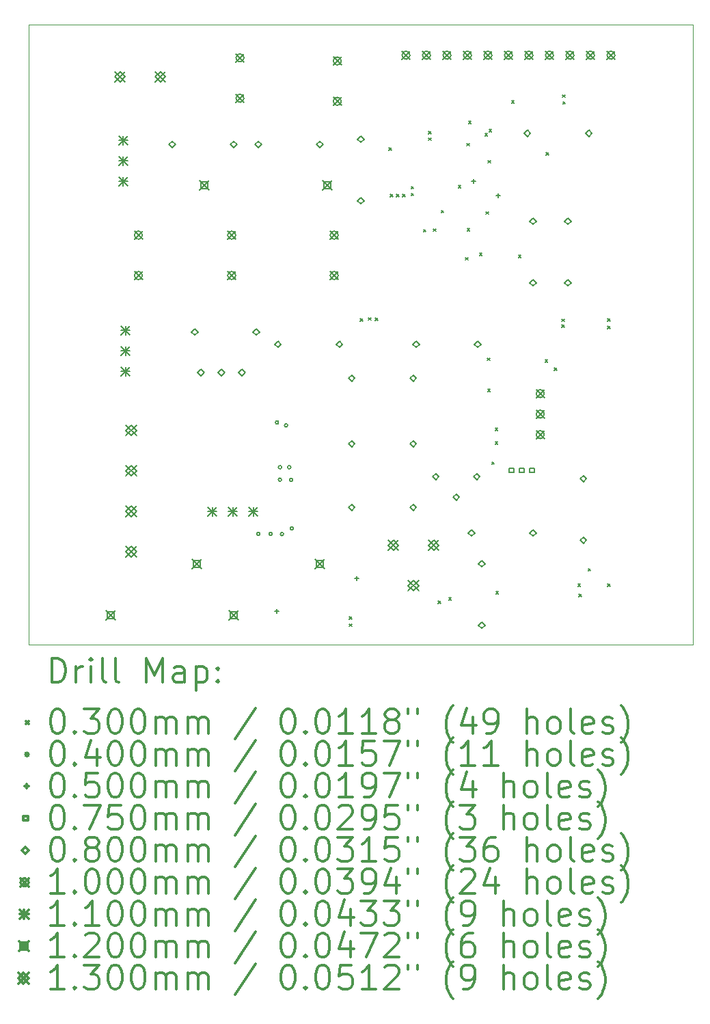
<source format=gbr>
%FSLAX45Y45*%
G04 Gerber Fmt 4.5, Leading zero omitted, Abs format (unit mm)*
G04 Created by KiCad (PCBNEW (5.1.10)-1) date 2021-11-18 05:32:56*
%MOMM*%
%LPD*%
G01*
G04 APERTURE LIST*
%TA.AperFunction,Profile*%
%ADD10C,0.038100*%
%TD*%
%ADD11C,0.200000*%
%ADD12C,0.300000*%
G04 APERTURE END LIST*
D10*
X1536700Y-2057400D02*
X1536700Y-2044700D01*
X9766300Y-2044700D02*
X9766300Y-2120900D01*
X1536700Y-2044700D02*
X9766300Y-2044700D01*
X1536700Y-9728200D02*
X1536700Y-2057400D01*
X9766300Y-9728200D02*
X1536700Y-9728200D01*
X9766300Y-2120900D02*
X9766300Y-9728200D01*
D11*
X5507900Y-9470300D02*
X5537900Y-9500300D01*
X5537900Y-9470300D02*
X5507900Y-9500300D01*
X5509500Y-9383000D02*
X5539500Y-9413000D01*
X5539500Y-9383000D02*
X5509500Y-9413000D01*
X5644120Y-5687300D02*
X5674120Y-5717300D01*
X5674120Y-5687300D02*
X5644120Y-5717300D01*
X5744450Y-5675870D02*
X5774450Y-5705870D01*
X5774450Y-5675870D02*
X5744450Y-5705870D01*
X5828270Y-5682220D02*
X5858270Y-5712220D01*
X5858270Y-5682220D02*
X5828270Y-5712220D01*
X5999720Y-3571480D02*
X6029720Y-3601480D01*
X6029720Y-3571480D02*
X5999720Y-3601480D01*
X6017500Y-4150600D02*
X6047500Y-4180600D01*
X6047500Y-4150600D02*
X6017500Y-4180600D01*
X6093700Y-4150600D02*
X6123700Y-4180600D01*
X6123700Y-4150600D02*
X6093700Y-4180600D01*
X6169900Y-4150600D02*
X6199900Y-4180600D01*
X6199900Y-4150600D02*
X6169900Y-4180600D01*
X6274040Y-4050270D02*
X6304040Y-4080270D01*
X6304040Y-4050270D02*
X6274040Y-4080270D01*
X6274040Y-4136630D02*
X6304040Y-4166630D01*
X6304040Y-4136630D02*
X6274040Y-4166630D01*
X6426440Y-4583670D02*
X6456440Y-4613670D01*
X6456440Y-4583670D02*
X6426440Y-4613670D01*
X6491210Y-3368280D02*
X6521210Y-3398280D01*
X6521210Y-3368280D02*
X6491210Y-3398280D01*
X6491210Y-3450830D02*
X6521210Y-3480830D01*
X6521210Y-3450830D02*
X6491210Y-3480830D01*
X6548360Y-4577320D02*
X6578360Y-4607320D01*
X6578360Y-4577320D02*
X6548360Y-4607320D01*
X6608050Y-9186150D02*
X6638050Y-9216150D01*
X6638050Y-9186150D02*
X6608050Y-9216150D01*
X6646150Y-4347450D02*
X6676150Y-4377450D01*
X6676150Y-4347450D02*
X6646150Y-4377450D01*
X6741400Y-9141700D02*
X6771400Y-9171700D01*
X6771400Y-9141700D02*
X6741400Y-9171700D01*
X6860780Y-4036300D02*
X6890780Y-4066300D01*
X6890780Y-4036300D02*
X6860780Y-4066300D01*
X6948410Y-4931650D02*
X6978410Y-4961650D01*
X6978410Y-4931650D02*
X6948410Y-4961650D01*
X6965320Y-3516000D02*
X6995320Y-3546000D01*
X6995320Y-3516000D02*
X6965320Y-3546000D01*
X6970000Y-4569700D02*
X7000000Y-4599700D01*
X7000000Y-4569700D02*
X6970000Y-4599700D01*
X6984840Y-3242150D02*
X7014840Y-3272150D01*
X7014840Y-3242150D02*
X6984840Y-3272150D01*
X7122400Y-4874500D02*
X7152400Y-4904500D01*
X7152400Y-4874500D02*
X7122400Y-4904500D01*
X7189710Y-3394950D02*
X7219710Y-3424950D01*
X7219710Y-3394950D02*
X7189710Y-3424950D01*
X7203680Y-4362690D02*
X7233680Y-4392690D01*
X7233680Y-4362690D02*
X7203680Y-4392690D01*
X7217650Y-6176250D02*
X7247650Y-6206250D01*
X7247650Y-6176250D02*
X7217650Y-6206250D01*
X7224000Y-6563600D02*
X7254000Y-6593600D01*
X7254000Y-6563600D02*
X7224000Y-6593600D01*
X7225270Y-3727690D02*
X7255270Y-3757690D01*
X7255270Y-3727690D02*
X7225270Y-3757690D01*
X7241780Y-3342880D02*
X7271780Y-3372880D01*
X7271780Y-3342880D02*
X7241780Y-3372880D01*
X7274800Y-7462954D02*
X7304800Y-7492954D01*
X7304800Y-7462954D02*
X7274800Y-7492954D01*
X7315694Y-7214856D02*
X7345694Y-7244856D01*
X7345694Y-7214856D02*
X7315694Y-7244856D01*
X7317980Y-7046200D02*
X7347980Y-7076200D01*
X7347980Y-7046200D02*
X7317980Y-7076200D01*
X7325600Y-9065500D02*
X7355600Y-9095500D01*
X7355600Y-9065500D02*
X7325600Y-9095500D01*
X7521180Y-2987280D02*
X7551180Y-3017280D01*
X7551180Y-2987280D02*
X7521180Y-3017280D01*
X7603730Y-4902440D02*
X7633730Y-4932440D01*
X7633730Y-4902440D02*
X7603730Y-4932440D01*
X7935200Y-6195300D02*
X7965200Y-6225300D01*
X7965200Y-6195300D02*
X7935200Y-6225300D01*
X7949170Y-3632440D02*
X7979170Y-3662440D01*
X7979170Y-3632440D02*
X7949170Y-3662440D01*
X8049500Y-6296900D02*
X8079500Y-6326900D01*
X8079500Y-6296900D02*
X8049500Y-6326900D01*
X8139670Y-5692380D02*
X8169670Y-5722380D01*
X8169670Y-5692380D02*
X8139670Y-5722380D01*
X8139670Y-5764770D02*
X8169670Y-5794770D01*
X8169670Y-5764770D02*
X8139670Y-5794770D01*
X8151100Y-2916160D02*
X8181100Y-2946160D01*
X8181100Y-2916160D02*
X8151100Y-2946160D01*
X8156180Y-2999980D02*
X8186180Y-3029980D01*
X8186180Y-2999980D02*
X8156180Y-3029980D01*
X8341600Y-8976600D02*
X8371600Y-9006600D01*
X8371600Y-8976600D02*
X8341600Y-9006600D01*
X8354300Y-9103600D02*
X8384300Y-9133600D01*
X8384300Y-9103600D02*
X8354300Y-9133600D01*
X8468100Y-8785330D02*
X8498100Y-8815330D01*
X8498100Y-8785330D02*
X8468100Y-8815330D01*
X8709900Y-5688570D02*
X8739900Y-5718570D01*
X8739900Y-5688570D02*
X8709900Y-5718570D01*
X8709900Y-5781280D02*
X8739900Y-5811280D01*
X8739900Y-5781280D02*
X8709900Y-5811280D01*
X8709900Y-8976600D02*
X8739900Y-9006600D01*
X8739900Y-8976600D02*
X8709900Y-9006600D01*
X4401500Y-8356600D02*
G75*
G03*
X4401500Y-8356600I-20000J0D01*
G01*
X4401500Y-8356600D02*
G75*
G03*
X4401500Y-8356600I-20000J0D01*
G01*
X4553900Y-8356600D02*
G75*
G03*
X4553900Y-8356600I-20000J0D01*
G01*
X4632005Y-6974205D02*
G75*
G03*
X4632005Y-6974205I-20000J0D01*
G01*
X4668200Y-7683500D02*
G75*
G03*
X4668200Y-7683500I-20000J0D01*
G01*
X4669800Y-7529500D02*
G75*
G03*
X4669800Y-7529500I-20000J0D01*
G01*
X4693600Y-8356600D02*
G75*
G03*
X4693600Y-8356600I-20000J0D01*
G01*
X4744200Y-7010600D02*
G75*
G03*
X4744200Y-7010600I-20000J0D01*
G01*
X4784100Y-7529500D02*
G75*
G03*
X4784100Y-7529500I-20000J0D01*
G01*
X4807900Y-7683500D02*
G75*
G03*
X4807900Y-7683500I-20000J0D01*
G01*
X4814250Y-8286750D02*
G75*
G03*
X4814250Y-8286750I-20000J0D01*
G01*
X4610100Y-9284100D02*
X4610100Y-9334100D01*
X4585100Y-9309100D02*
X4635100Y-9309100D01*
X5600700Y-8877700D02*
X5600700Y-8927700D01*
X5575700Y-8902700D02*
X5625700Y-8902700D01*
X7048500Y-3962800D02*
X7048500Y-4012800D01*
X7023500Y-3987800D02*
X7073500Y-3987800D01*
X7353300Y-4140600D02*
X7353300Y-4190600D01*
X7328300Y-4165600D02*
X7378300Y-4165600D01*
X7544917Y-7595717D02*
X7544917Y-7542683D01*
X7491883Y-7542683D01*
X7491883Y-7595717D01*
X7544917Y-7595717D01*
X7671917Y-7595717D02*
X7671917Y-7542683D01*
X7618883Y-7542683D01*
X7618883Y-7595717D01*
X7671917Y-7595717D01*
X7798917Y-7595717D02*
X7798917Y-7542683D01*
X7745883Y-7542683D01*
X7745883Y-7595717D01*
X7798917Y-7595717D01*
X3314700Y-3570600D02*
X3354700Y-3530600D01*
X3314700Y-3490600D01*
X3274700Y-3530600D01*
X3314700Y-3570600D01*
X3594100Y-5894700D02*
X3634100Y-5854700D01*
X3594100Y-5814700D01*
X3554100Y-5854700D01*
X3594100Y-5894700D01*
X3670300Y-6396350D02*
X3710300Y-6356350D01*
X3670300Y-6316350D01*
X3630300Y-6356350D01*
X3670300Y-6396350D01*
X3924300Y-6396350D02*
X3964300Y-6356350D01*
X3924300Y-6316350D01*
X3884300Y-6356350D01*
X3924300Y-6396350D01*
X4076700Y-3570600D02*
X4116700Y-3530600D01*
X4076700Y-3490600D01*
X4036700Y-3530600D01*
X4076700Y-3570600D01*
X4178300Y-6396350D02*
X4218300Y-6356350D01*
X4178300Y-6316350D01*
X4138300Y-6356350D01*
X4178300Y-6396350D01*
X4356100Y-5894700D02*
X4396100Y-5854700D01*
X4356100Y-5814700D01*
X4316100Y-5854700D01*
X4356100Y-5894700D01*
X4381500Y-3570600D02*
X4421500Y-3530600D01*
X4381500Y-3490600D01*
X4341500Y-3530600D01*
X4381500Y-3570600D01*
X4622800Y-6047100D02*
X4662800Y-6007100D01*
X4622800Y-5967100D01*
X4582800Y-6007100D01*
X4622800Y-6047100D01*
X5143500Y-3570600D02*
X5183500Y-3530600D01*
X5143500Y-3490600D01*
X5103500Y-3530600D01*
X5143500Y-3570600D01*
X5384800Y-6047100D02*
X5424800Y-6007100D01*
X5384800Y-5967100D01*
X5344800Y-6007100D01*
X5384800Y-6047100D01*
X5537200Y-6466200D02*
X5577200Y-6426200D01*
X5537200Y-6386200D01*
X5497200Y-6426200D01*
X5537200Y-6466200D01*
X5537200Y-7279000D02*
X5577200Y-7239000D01*
X5537200Y-7199000D01*
X5497200Y-7239000D01*
X5537200Y-7279000D01*
X5537200Y-8066400D02*
X5577200Y-8026400D01*
X5537200Y-7986400D01*
X5497200Y-8026400D01*
X5537200Y-8066400D01*
X5651500Y-3507100D02*
X5691500Y-3467100D01*
X5651500Y-3427100D01*
X5611500Y-3467100D01*
X5651500Y-3507100D01*
X5651500Y-4269100D02*
X5691500Y-4229100D01*
X5651500Y-4189100D01*
X5611500Y-4229100D01*
X5651500Y-4269100D01*
X6299200Y-6466200D02*
X6339200Y-6426200D01*
X6299200Y-6386200D01*
X6259200Y-6426200D01*
X6299200Y-6466200D01*
X6299200Y-7279000D02*
X6339200Y-7239000D01*
X6299200Y-7199000D01*
X6259200Y-7239000D01*
X6299200Y-7279000D01*
X6299200Y-8066400D02*
X6339200Y-8026400D01*
X6299200Y-7986400D01*
X6259200Y-8026400D01*
X6299200Y-8066400D01*
X6337300Y-6047100D02*
X6377300Y-6007100D01*
X6337300Y-5967100D01*
X6297300Y-6007100D01*
X6337300Y-6047100D01*
X6578600Y-7685400D02*
X6618600Y-7645400D01*
X6578600Y-7605400D01*
X6538600Y-7645400D01*
X6578600Y-7685400D01*
X6832600Y-7939400D02*
X6872600Y-7899400D01*
X6832600Y-7859400D01*
X6792600Y-7899400D01*
X6832600Y-7939400D01*
X7023100Y-8383900D02*
X7063100Y-8343900D01*
X7023100Y-8303900D01*
X6983100Y-8343900D01*
X7023100Y-8383900D01*
X7086600Y-7685400D02*
X7126600Y-7645400D01*
X7086600Y-7605400D01*
X7046600Y-7645400D01*
X7086600Y-7685400D01*
X7099300Y-6047100D02*
X7139300Y-6007100D01*
X7099300Y-5967100D01*
X7059300Y-6007100D01*
X7099300Y-6047100D01*
X7150100Y-8764900D02*
X7190100Y-8724900D01*
X7150100Y-8684900D01*
X7110100Y-8724900D01*
X7150100Y-8764900D01*
X7150100Y-9526900D02*
X7190100Y-9486900D01*
X7150100Y-9446900D01*
X7110100Y-9486900D01*
X7150100Y-9526900D01*
X7713980Y-3434710D02*
X7753980Y-3394710D01*
X7713980Y-3354710D01*
X7673980Y-3394710D01*
X7713980Y-3434710D01*
X7785100Y-4523100D02*
X7825100Y-4483100D01*
X7785100Y-4443100D01*
X7745100Y-4483100D01*
X7785100Y-4523100D01*
X7785100Y-5285100D02*
X7825100Y-5245100D01*
X7785100Y-5205100D01*
X7745100Y-5245100D01*
X7785100Y-5285100D01*
X7785100Y-8383900D02*
X7825100Y-8343900D01*
X7785100Y-8303900D01*
X7745100Y-8343900D01*
X7785100Y-8383900D01*
X8216900Y-4523100D02*
X8256900Y-4483100D01*
X8216900Y-4443100D01*
X8176900Y-4483100D01*
X8216900Y-4523100D01*
X8216900Y-5285100D02*
X8256900Y-5245100D01*
X8216900Y-5205100D01*
X8176900Y-5245100D01*
X8216900Y-5285100D01*
X8407400Y-7710800D02*
X8447400Y-7670800D01*
X8407400Y-7630800D01*
X8367400Y-7670800D01*
X8407400Y-7710800D01*
X8407400Y-8472800D02*
X8447400Y-8432800D01*
X8407400Y-8392800D01*
X8367400Y-8432800D01*
X8407400Y-8472800D01*
X8475980Y-3434710D02*
X8515980Y-3394710D01*
X8475980Y-3354710D01*
X8435980Y-3394710D01*
X8475980Y-3434710D01*
X2845600Y-4604550D02*
X2945600Y-4704550D01*
X2945600Y-4604550D02*
X2845600Y-4704550D01*
X2945600Y-4654550D02*
G75*
G03*
X2945600Y-4654550I-50000J0D01*
G01*
X2845600Y-5104550D02*
X2945600Y-5204550D01*
X2945600Y-5104550D02*
X2845600Y-5204550D01*
X2945600Y-5154550D02*
G75*
G03*
X2945600Y-5154550I-50000J0D01*
G01*
X4001300Y-4604550D02*
X4101300Y-4704550D01*
X4101300Y-4604550D02*
X4001300Y-4704550D01*
X4101300Y-4654550D02*
G75*
G03*
X4101300Y-4654550I-50000J0D01*
G01*
X4001300Y-5104550D02*
X4101300Y-5204550D01*
X4101300Y-5104550D02*
X4001300Y-5204550D01*
X4101300Y-5154550D02*
G75*
G03*
X4101300Y-5154550I-50000J0D01*
G01*
X4102900Y-2409100D02*
X4202900Y-2509100D01*
X4202900Y-2409100D02*
X4102900Y-2509100D01*
X4202900Y-2459100D02*
G75*
G03*
X4202900Y-2459100I-50000J0D01*
G01*
X4102900Y-2909100D02*
X4202900Y-3009100D01*
X4202900Y-2909100D02*
X4102900Y-3009100D01*
X4202900Y-2959100D02*
G75*
G03*
X4202900Y-2959100I-50000J0D01*
G01*
X5271300Y-4604550D02*
X5371300Y-4704550D01*
X5371300Y-4604550D02*
X5271300Y-4704550D01*
X5371300Y-4654550D02*
G75*
G03*
X5371300Y-4654550I-50000J0D01*
G01*
X5271300Y-5104550D02*
X5371300Y-5204550D01*
X5371300Y-5104550D02*
X5271300Y-5204550D01*
X5371300Y-5154550D02*
G75*
G03*
X5371300Y-5154550I-50000J0D01*
G01*
X5309400Y-2447200D02*
X5409400Y-2547200D01*
X5409400Y-2447200D02*
X5309400Y-2547200D01*
X5409400Y-2497200D02*
G75*
G03*
X5409400Y-2497200I-50000J0D01*
G01*
X5309400Y-2947200D02*
X5409400Y-3047200D01*
X5409400Y-2947200D02*
X5309400Y-3047200D01*
X5409400Y-2997200D02*
G75*
G03*
X5409400Y-2997200I-50000J0D01*
G01*
X6160300Y-2375700D02*
X6260300Y-2475700D01*
X6260300Y-2375700D02*
X6160300Y-2475700D01*
X6260300Y-2425700D02*
G75*
G03*
X6260300Y-2425700I-50000J0D01*
G01*
X6414300Y-2375700D02*
X6514300Y-2475700D01*
X6514300Y-2375700D02*
X6414300Y-2475700D01*
X6514300Y-2425700D02*
G75*
G03*
X6514300Y-2425700I-50000J0D01*
G01*
X6668300Y-2375700D02*
X6768300Y-2475700D01*
X6768300Y-2375700D02*
X6668300Y-2475700D01*
X6768300Y-2425700D02*
G75*
G03*
X6768300Y-2425700I-50000J0D01*
G01*
X6922300Y-2375700D02*
X7022300Y-2475700D01*
X7022300Y-2375700D02*
X6922300Y-2475700D01*
X7022300Y-2425700D02*
G75*
G03*
X7022300Y-2425700I-50000J0D01*
G01*
X7176300Y-2375700D02*
X7276300Y-2475700D01*
X7276300Y-2375700D02*
X7176300Y-2475700D01*
X7276300Y-2425700D02*
G75*
G03*
X7276300Y-2425700I-50000J0D01*
G01*
X7430300Y-2375700D02*
X7530300Y-2475700D01*
X7530300Y-2375700D02*
X7430300Y-2475700D01*
X7530300Y-2425700D02*
G75*
G03*
X7530300Y-2425700I-50000J0D01*
G01*
X7684300Y-2375700D02*
X7784300Y-2475700D01*
X7784300Y-2375700D02*
X7684300Y-2475700D01*
X7784300Y-2425700D02*
G75*
G03*
X7784300Y-2425700I-50000J0D01*
G01*
X7824000Y-6566700D02*
X7924000Y-6666700D01*
X7924000Y-6566700D02*
X7824000Y-6666700D01*
X7924000Y-6616700D02*
G75*
G03*
X7924000Y-6616700I-50000J0D01*
G01*
X7824000Y-6820700D02*
X7924000Y-6920700D01*
X7924000Y-6820700D02*
X7824000Y-6920700D01*
X7924000Y-6870700D02*
G75*
G03*
X7924000Y-6870700I-50000J0D01*
G01*
X7824000Y-7074700D02*
X7924000Y-7174700D01*
X7924000Y-7074700D02*
X7824000Y-7174700D01*
X7924000Y-7124700D02*
G75*
G03*
X7924000Y-7124700I-50000J0D01*
G01*
X7938300Y-2375700D02*
X8038300Y-2475700D01*
X8038300Y-2375700D02*
X7938300Y-2475700D01*
X8038300Y-2425700D02*
G75*
G03*
X8038300Y-2425700I-50000J0D01*
G01*
X8192300Y-2375700D02*
X8292300Y-2475700D01*
X8292300Y-2375700D02*
X8192300Y-2475700D01*
X8292300Y-2425700D02*
G75*
G03*
X8292300Y-2425700I-50000J0D01*
G01*
X8446300Y-2375700D02*
X8546300Y-2475700D01*
X8546300Y-2375700D02*
X8446300Y-2475700D01*
X8546300Y-2425700D02*
G75*
G03*
X8546300Y-2425700I-50000J0D01*
G01*
X8700300Y-2375700D02*
X8800300Y-2475700D01*
X8800300Y-2375700D02*
X8700300Y-2475700D01*
X8800300Y-2425700D02*
G75*
G03*
X8800300Y-2425700I-50000J0D01*
G01*
X2650100Y-3424800D02*
X2760100Y-3534800D01*
X2760100Y-3424800D02*
X2650100Y-3534800D01*
X2705100Y-3424800D02*
X2705100Y-3534800D01*
X2650100Y-3479800D02*
X2760100Y-3479800D01*
X2650100Y-3678800D02*
X2760100Y-3788800D01*
X2760100Y-3678800D02*
X2650100Y-3788800D01*
X2705100Y-3678800D02*
X2705100Y-3788800D01*
X2650100Y-3733800D02*
X2760100Y-3733800D01*
X2650100Y-3932800D02*
X2760100Y-4042800D01*
X2760100Y-3932800D02*
X2650100Y-4042800D01*
X2705100Y-3932800D02*
X2705100Y-4042800D01*
X2650100Y-3987800D02*
X2760100Y-3987800D01*
X2681850Y-5780650D02*
X2791850Y-5890650D01*
X2791850Y-5780650D02*
X2681850Y-5890650D01*
X2736850Y-5780650D02*
X2736850Y-5890650D01*
X2681850Y-5835650D02*
X2791850Y-5835650D01*
X2681850Y-6034650D02*
X2791850Y-6144650D01*
X2791850Y-6034650D02*
X2681850Y-6144650D01*
X2736850Y-6034650D02*
X2736850Y-6144650D01*
X2681850Y-6089650D02*
X2791850Y-6089650D01*
X2681850Y-6288650D02*
X2791850Y-6398650D01*
X2791850Y-6288650D02*
X2681850Y-6398650D01*
X2736850Y-6288650D02*
X2736850Y-6398650D01*
X2681850Y-6343650D02*
X2791850Y-6343650D01*
X3755000Y-8022200D02*
X3865000Y-8132200D01*
X3865000Y-8022200D02*
X3755000Y-8132200D01*
X3810000Y-8022200D02*
X3810000Y-8132200D01*
X3755000Y-8077200D02*
X3865000Y-8077200D01*
X4009000Y-8022200D02*
X4119000Y-8132200D01*
X4119000Y-8022200D02*
X4009000Y-8132200D01*
X4064000Y-8022200D02*
X4064000Y-8132200D01*
X4009000Y-8077200D02*
X4119000Y-8077200D01*
X4263000Y-8022200D02*
X4373000Y-8132200D01*
X4373000Y-8022200D02*
X4263000Y-8132200D01*
X4318000Y-8022200D02*
X4318000Y-8132200D01*
X4263000Y-8077200D02*
X4373000Y-8077200D01*
X2492700Y-9299900D02*
X2612700Y-9419900D01*
X2612700Y-9299900D02*
X2492700Y-9419900D01*
X2595127Y-9402327D02*
X2595127Y-9317473D01*
X2510273Y-9317473D01*
X2510273Y-9402327D01*
X2595127Y-9402327D01*
X3559500Y-8664900D02*
X3679500Y-8784900D01*
X3679500Y-8664900D02*
X3559500Y-8784900D01*
X3661927Y-8767327D02*
X3661927Y-8682473D01*
X3577073Y-8682473D01*
X3577073Y-8767327D01*
X3661927Y-8767327D01*
X3648400Y-3978600D02*
X3768400Y-4098600D01*
X3768400Y-3978600D02*
X3648400Y-4098600D01*
X3750827Y-4081027D02*
X3750827Y-3996173D01*
X3665973Y-3996173D01*
X3665973Y-4081027D01*
X3750827Y-4081027D01*
X4016700Y-9299900D02*
X4136700Y-9419900D01*
X4136700Y-9299900D02*
X4016700Y-9419900D01*
X4119127Y-9402327D02*
X4119127Y-9317473D01*
X4034273Y-9317473D01*
X4034273Y-9402327D01*
X4119127Y-9402327D01*
X5083500Y-8664900D02*
X5203500Y-8784900D01*
X5203500Y-8664900D02*
X5083500Y-8784900D01*
X5185927Y-8767327D02*
X5185927Y-8682473D01*
X5101073Y-8682473D01*
X5101073Y-8767327D01*
X5185927Y-8767327D01*
X5172400Y-3978600D02*
X5292400Y-4098600D01*
X5292400Y-3978600D02*
X5172400Y-4098600D01*
X5274827Y-4081027D02*
X5274827Y-3996173D01*
X5189973Y-3996173D01*
X5189973Y-4081027D01*
X5274827Y-4081027D01*
X2602000Y-2627400D02*
X2732000Y-2757400D01*
X2732000Y-2627400D02*
X2602000Y-2757400D01*
X2667000Y-2757400D02*
X2732000Y-2692400D01*
X2667000Y-2627400D01*
X2602000Y-2692400D01*
X2667000Y-2757400D01*
X2741700Y-7008900D02*
X2871700Y-7138900D01*
X2871700Y-7008900D02*
X2741700Y-7138900D01*
X2806700Y-7138900D02*
X2871700Y-7073900D01*
X2806700Y-7008900D01*
X2741700Y-7073900D01*
X2806700Y-7138900D01*
X2741700Y-7508900D02*
X2871700Y-7638900D01*
X2871700Y-7508900D02*
X2741700Y-7638900D01*
X2806700Y-7638900D02*
X2871700Y-7573900D01*
X2806700Y-7508900D01*
X2741700Y-7573900D01*
X2806700Y-7638900D01*
X2741700Y-8008900D02*
X2871700Y-8138900D01*
X2871700Y-8008900D02*
X2741700Y-8138900D01*
X2806700Y-8138900D02*
X2871700Y-8073900D01*
X2806700Y-8008900D01*
X2741700Y-8073900D01*
X2806700Y-8138900D01*
X2741700Y-8508900D02*
X2871700Y-8638900D01*
X2871700Y-8508900D02*
X2741700Y-8638900D01*
X2806700Y-8638900D02*
X2871700Y-8573900D01*
X2806700Y-8508900D01*
X2741700Y-8573900D01*
X2806700Y-8638900D01*
X3102000Y-2627400D02*
X3232000Y-2757400D01*
X3232000Y-2627400D02*
X3102000Y-2757400D01*
X3167000Y-2757400D02*
X3232000Y-2692400D01*
X3167000Y-2627400D01*
X3102000Y-2692400D01*
X3167000Y-2757400D01*
X5988200Y-8431300D02*
X6118200Y-8561300D01*
X6118200Y-8431300D02*
X5988200Y-8561300D01*
X6053200Y-8561300D02*
X6118200Y-8496300D01*
X6053200Y-8431300D01*
X5988200Y-8496300D01*
X6053200Y-8561300D01*
X6238200Y-8931300D02*
X6368200Y-9061300D01*
X6368200Y-8931300D02*
X6238200Y-9061300D01*
X6303200Y-9061300D02*
X6368200Y-8996300D01*
X6303200Y-8931300D01*
X6238200Y-8996300D01*
X6303200Y-9061300D01*
X6488200Y-8431300D02*
X6618200Y-8561300D01*
X6618200Y-8431300D02*
X6488200Y-8561300D01*
X6553200Y-8561300D02*
X6618200Y-8496300D01*
X6553200Y-8431300D01*
X6488200Y-8496300D01*
X6553200Y-8561300D01*
D12*
X1821223Y-10195819D02*
X1821223Y-9895819D01*
X1892652Y-9895819D01*
X1935509Y-9910105D01*
X1964081Y-9938677D01*
X1978366Y-9967248D01*
X1992652Y-10024391D01*
X1992652Y-10067248D01*
X1978366Y-10124391D01*
X1964081Y-10152962D01*
X1935509Y-10181534D01*
X1892652Y-10195819D01*
X1821223Y-10195819D01*
X2121223Y-10195819D02*
X2121223Y-9995819D01*
X2121223Y-10052962D02*
X2135509Y-10024391D01*
X2149795Y-10010105D01*
X2178366Y-9995819D01*
X2206938Y-9995819D01*
X2306938Y-10195819D02*
X2306938Y-9995819D01*
X2306938Y-9895819D02*
X2292652Y-9910105D01*
X2306938Y-9924391D01*
X2321223Y-9910105D01*
X2306938Y-9895819D01*
X2306938Y-9924391D01*
X2492652Y-10195819D02*
X2464081Y-10181534D01*
X2449795Y-10152962D01*
X2449795Y-9895819D01*
X2649795Y-10195819D02*
X2621223Y-10181534D01*
X2606938Y-10152962D01*
X2606938Y-9895819D01*
X2992652Y-10195819D02*
X2992652Y-9895819D01*
X3092652Y-10110105D01*
X3192652Y-9895819D01*
X3192652Y-10195819D01*
X3464081Y-10195819D02*
X3464081Y-10038677D01*
X3449795Y-10010105D01*
X3421223Y-9995819D01*
X3364081Y-9995819D01*
X3335509Y-10010105D01*
X3464081Y-10181534D02*
X3435509Y-10195819D01*
X3364081Y-10195819D01*
X3335509Y-10181534D01*
X3321223Y-10152962D01*
X3321223Y-10124391D01*
X3335509Y-10095819D01*
X3364081Y-10081534D01*
X3435509Y-10081534D01*
X3464081Y-10067248D01*
X3606938Y-9995819D02*
X3606938Y-10295819D01*
X3606938Y-10010105D02*
X3635509Y-9995819D01*
X3692652Y-9995819D01*
X3721223Y-10010105D01*
X3735509Y-10024391D01*
X3749795Y-10052962D01*
X3749795Y-10138677D01*
X3735509Y-10167248D01*
X3721223Y-10181534D01*
X3692652Y-10195819D01*
X3635509Y-10195819D01*
X3606938Y-10181534D01*
X3878366Y-10167248D02*
X3892652Y-10181534D01*
X3878366Y-10195819D01*
X3864081Y-10181534D01*
X3878366Y-10167248D01*
X3878366Y-10195819D01*
X3878366Y-10010105D02*
X3892652Y-10024391D01*
X3878366Y-10038677D01*
X3864081Y-10024391D01*
X3878366Y-10010105D01*
X3878366Y-10038677D01*
X1504795Y-10675105D02*
X1534795Y-10705105D01*
X1534795Y-10675105D02*
X1504795Y-10705105D01*
X1878366Y-10525819D02*
X1906938Y-10525819D01*
X1935509Y-10540105D01*
X1949795Y-10554391D01*
X1964081Y-10582962D01*
X1978366Y-10640105D01*
X1978366Y-10711534D01*
X1964081Y-10768677D01*
X1949795Y-10797248D01*
X1935509Y-10811534D01*
X1906938Y-10825819D01*
X1878366Y-10825819D01*
X1849795Y-10811534D01*
X1835509Y-10797248D01*
X1821223Y-10768677D01*
X1806938Y-10711534D01*
X1806938Y-10640105D01*
X1821223Y-10582962D01*
X1835509Y-10554391D01*
X1849795Y-10540105D01*
X1878366Y-10525819D01*
X2106938Y-10797248D02*
X2121223Y-10811534D01*
X2106938Y-10825819D01*
X2092652Y-10811534D01*
X2106938Y-10797248D01*
X2106938Y-10825819D01*
X2221223Y-10525819D02*
X2406938Y-10525819D01*
X2306938Y-10640105D01*
X2349795Y-10640105D01*
X2378366Y-10654391D01*
X2392652Y-10668677D01*
X2406938Y-10697248D01*
X2406938Y-10768677D01*
X2392652Y-10797248D01*
X2378366Y-10811534D01*
X2349795Y-10825819D01*
X2264081Y-10825819D01*
X2235509Y-10811534D01*
X2221223Y-10797248D01*
X2592652Y-10525819D02*
X2621223Y-10525819D01*
X2649795Y-10540105D01*
X2664081Y-10554391D01*
X2678366Y-10582962D01*
X2692652Y-10640105D01*
X2692652Y-10711534D01*
X2678366Y-10768677D01*
X2664081Y-10797248D01*
X2649795Y-10811534D01*
X2621223Y-10825819D01*
X2592652Y-10825819D01*
X2564081Y-10811534D01*
X2549795Y-10797248D01*
X2535509Y-10768677D01*
X2521223Y-10711534D01*
X2521223Y-10640105D01*
X2535509Y-10582962D01*
X2549795Y-10554391D01*
X2564081Y-10540105D01*
X2592652Y-10525819D01*
X2878366Y-10525819D02*
X2906938Y-10525819D01*
X2935509Y-10540105D01*
X2949795Y-10554391D01*
X2964081Y-10582962D01*
X2978366Y-10640105D01*
X2978366Y-10711534D01*
X2964081Y-10768677D01*
X2949795Y-10797248D01*
X2935509Y-10811534D01*
X2906938Y-10825819D01*
X2878366Y-10825819D01*
X2849795Y-10811534D01*
X2835509Y-10797248D01*
X2821223Y-10768677D01*
X2806938Y-10711534D01*
X2806938Y-10640105D01*
X2821223Y-10582962D01*
X2835509Y-10554391D01*
X2849795Y-10540105D01*
X2878366Y-10525819D01*
X3106938Y-10825819D02*
X3106938Y-10625819D01*
X3106938Y-10654391D02*
X3121223Y-10640105D01*
X3149795Y-10625819D01*
X3192652Y-10625819D01*
X3221223Y-10640105D01*
X3235509Y-10668677D01*
X3235509Y-10825819D01*
X3235509Y-10668677D02*
X3249795Y-10640105D01*
X3278366Y-10625819D01*
X3321223Y-10625819D01*
X3349795Y-10640105D01*
X3364081Y-10668677D01*
X3364081Y-10825819D01*
X3506938Y-10825819D02*
X3506938Y-10625819D01*
X3506938Y-10654391D02*
X3521223Y-10640105D01*
X3549795Y-10625819D01*
X3592652Y-10625819D01*
X3621223Y-10640105D01*
X3635509Y-10668677D01*
X3635509Y-10825819D01*
X3635509Y-10668677D02*
X3649795Y-10640105D01*
X3678366Y-10625819D01*
X3721223Y-10625819D01*
X3749795Y-10640105D01*
X3764081Y-10668677D01*
X3764081Y-10825819D01*
X4349795Y-10511534D02*
X4092652Y-10897248D01*
X4735509Y-10525819D02*
X4764081Y-10525819D01*
X4792652Y-10540105D01*
X4806938Y-10554391D01*
X4821223Y-10582962D01*
X4835509Y-10640105D01*
X4835509Y-10711534D01*
X4821223Y-10768677D01*
X4806938Y-10797248D01*
X4792652Y-10811534D01*
X4764081Y-10825819D01*
X4735509Y-10825819D01*
X4706938Y-10811534D01*
X4692652Y-10797248D01*
X4678366Y-10768677D01*
X4664081Y-10711534D01*
X4664081Y-10640105D01*
X4678366Y-10582962D01*
X4692652Y-10554391D01*
X4706938Y-10540105D01*
X4735509Y-10525819D01*
X4964081Y-10797248D02*
X4978366Y-10811534D01*
X4964081Y-10825819D01*
X4949795Y-10811534D01*
X4964081Y-10797248D01*
X4964081Y-10825819D01*
X5164081Y-10525819D02*
X5192652Y-10525819D01*
X5221223Y-10540105D01*
X5235509Y-10554391D01*
X5249795Y-10582962D01*
X5264081Y-10640105D01*
X5264081Y-10711534D01*
X5249795Y-10768677D01*
X5235509Y-10797248D01*
X5221223Y-10811534D01*
X5192652Y-10825819D01*
X5164081Y-10825819D01*
X5135509Y-10811534D01*
X5121223Y-10797248D01*
X5106938Y-10768677D01*
X5092652Y-10711534D01*
X5092652Y-10640105D01*
X5106938Y-10582962D01*
X5121223Y-10554391D01*
X5135509Y-10540105D01*
X5164081Y-10525819D01*
X5549795Y-10825819D02*
X5378366Y-10825819D01*
X5464081Y-10825819D02*
X5464081Y-10525819D01*
X5435509Y-10568677D01*
X5406938Y-10597248D01*
X5378366Y-10611534D01*
X5835509Y-10825819D02*
X5664081Y-10825819D01*
X5749795Y-10825819D02*
X5749795Y-10525819D01*
X5721223Y-10568677D01*
X5692652Y-10597248D01*
X5664081Y-10611534D01*
X6006938Y-10654391D02*
X5978366Y-10640105D01*
X5964081Y-10625819D01*
X5949795Y-10597248D01*
X5949795Y-10582962D01*
X5964081Y-10554391D01*
X5978366Y-10540105D01*
X6006938Y-10525819D01*
X6064081Y-10525819D01*
X6092652Y-10540105D01*
X6106938Y-10554391D01*
X6121223Y-10582962D01*
X6121223Y-10597248D01*
X6106938Y-10625819D01*
X6092652Y-10640105D01*
X6064081Y-10654391D01*
X6006938Y-10654391D01*
X5978366Y-10668677D01*
X5964081Y-10682962D01*
X5949795Y-10711534D01*
X5949795Y-10768677D01*
X5964081Y-10797248D01*
X5978366Y-10811534D01*
X6006938Y-10825819D01*
X6064081Y-10825819D01*
X6092652Y-10811534D01*
X6106938Y-10797248D01*
X6121223Y-10768677D01*
X6121223Y-10711534D01*
X6106938Y-10682962D01*
X6092652Y-10668677D01*
X6064081Y-10654391D01*
X6235509Y-10525819D02*
X6235509Y-10582962D01*
X6349795Y-10525819D02*
X6349795Y-10582962D01*
X6792652Y-10940105D02*
X6778366Y-10925819D01*
X6749795Y-10882962D01*
X6735509Y-10854391D01*
X6721223Y-10811534D01*
X6706938Y-10740105D01*
X6706938Y-10682962D01*
X6721223Y-10611534D01*
X6735509Y-10568677D01*
X6749795Y-10540105D01*
X6778366Y-10497248D01*
X6792652Y-10482962D01*
X7035509Y-10625819D02*
X7035509Y-10825819D01*
X6964081Y-10511534D02*
X6892652Y-10725819D01*
X7078366Y-10725819D01*
X7206938Y-10825819D02*
X7264081Y-10825819D01*
X7292652Y-10811534D01*
X7306938Y-10797248D01*
X7335509Y-10754391D01*
X7349795Y-10697248D01*
X7349795Y-10582962D01*
X7335509Y-10554391D01*
X7321223Y-10540105D01*
X7292652Y-10525819D01*
X7235509Y-10525819D01*
X7206938Y-10540105D01*
X7192652Y-10554391D01*
X7178366Y-10582962D01*
X7178366Y-10654391D01*
X7192652Y-10682962D01*
X7206938Y-10697248D01*
X7235509Y-10711534D01*
X7292652Y-10711534D01*
X7321223Y-10697248D01*
X7335509Y-10682962D01*
X7349795Y-10654391D01*
X7706938Y-10825819D02*
X7706938Y-10525819D01*
X7835509Y-10825819D02*
X7835509Y-10668677D01*
X7821223Y-10640105D01*
X7792652Y-10625819D01*
X7749795Y-10625819D01*
X7721223Y-10640105D01*
X7706938Y-10654391D01*
X8021223Y-10825819D02*
X7992652Y-10811534D01*
X7978366Y-10797248D01*
X7964081Y-10768677D01*
X7964081Y-10682962D01*
X7978366Y-10654391D01*
X7992652Y-10640105D01*
X8021223Y-10625819D01*
X8064081Y-10625819D01*
X8092652Y-10640105D01*
X8106938Y-10654391D01*
X8121223Y-10682962D01*
X8121223Y-10768677D01*
X8106938Y-10797248D01*
X8092652Y-10811534D01*
X8064081Y-10825819D01*
X8021223Y-10825819D01*
X8292652Y-10825819D02*
X8264081Y-10811534D01*
X8249795Y-10782962D01*
X8249795Y-10525819D01*
X8521223Y-10811534D02*
X8492652Y-10825819D01*
X8435509Y-10825819D01*
X8406938Y-10811534D01*
X8392652Y-10782962D01*
X8392652Y-10668677D01*
X8406938Y-10640105D01*
X8435509Y-10625819D01*
X8492652Y-10625819D01*
X8521223Y-10640105D01*
X8535509Y-10668677D01*
X8535509Y-10697248D01*
X8392652Y-10725819D01*
X8649795Y-10811534D02*
X8678366Y-10825819D01*
X8735509Y-10825819D01*
X8764081Y-10811534D01*
X8778366Y-10782962D01*
X8778366Y-10768677D01*
X8764081Y-10740105D01*
X8735509Y-10725819D01*
X8692652Y-10725819D01*
X8664081Y-10711534D01*
X8649795Y-10682962D01*
X8649795Y-10668677D01*
X8664081Y-10640105D01*
X8692652Y-10625819D01*
X8735509Y-10625819D01*
X8764081Y-10640105D01*
X8878366Y-10940105D02*
X8892652Y-10925819D01*
X8921223Y-10882962D01*
X8935509Y-10854391D01*
X8949795Y-10811534D01*
X8964081Y-10740105D01*
X8964081Y-10682962D01*
X8949795Y-10611534D01*
X8935509Y-10568677D01*
X8921223Y-10540105D01*
X8892652Y-10497248D01*
X8878366Y-10482962D01*
X1534795Y-11086105D02*
G75*
G03*
X1534795Y-11086105I-20000J0D01*
G01*
X1878366Y-10921819D02*
X1906938Y-10921819D01*
X1935509Y-10936105D01*
X1949795Y-10950391D01*
X1964081Y-10978962D01*
X1978366Y-11036105D01*
X1978366Y-11107534D01*
X1964081Y-11164677D01*
X1949795Y-11193248D01*
X1935509Y-11207534D01*
X1906938Y-11221819D01*
X1878366Y-11221819D01*
X1849795Y-11207534D01*
X1835509Y-11193248D01*
X1821223Y-11164677D01*
X1806938Y-11107534D01*
X1806938Y-11036105D01*
X1821223Y-10978962D01*
X1835509Y-10950391D01*
X1849795Y-10936105D01*
X1878366Y-10921819D01*
X2106938Y-11193248D02*
X2121223Y-11207534D01*
X2106938Y-11221819D01*
X2092652Y-11207534D01*
X2106938Y-11193248D01*
X2106938Y-11221819D01*
X2378366Y-11021819D02*
X2378366Y-11221819D01*
X2306938Y-10907534D02*
X2235509Y-11121819D01*
X2421223Y-11121819D01*
X2592652Y-10921819D02*
X2621223Y-10921819D01*
X2649795Y-10936105D01*
X2664081Y-10950391D01*
X2678366Y-10978962D01*
X2692652Y-11036105D01*
X2692652Y-11107534D01*
X2678366Y-11164677D01*
X2664081Y-11193248D01*
X2649795Y-11207534D01*
X2621223Y-11221819D01*
X2592652Y-11221819D01*
X2564081Y-11207534D01*
X2549795Y-11193248D01*
X2535509Y-11164677D01*
X2521223Y-11107534D01*
X2521223Y-11036105D01*
X2535509Y-10978962D01*
X2549795Y-10950391D01*
X2564081Y-10936105D01*
X2592652Y-10921819D01*
X2878366Y-10921819D02*
X2906938Y-10921819D01*
X2935509Y-10936105D01*
X2949795Y-10950391D01*
X2964081Y-10978962D01*
X2978366Y-11036105D01*
X2978366Y-11107534D01*
X2964081Y-11164677D01*
X2949795Y-11193248D01*
X2935509Y-11207534D01*
X2906938Y-11221819D01*
X2878366Y-11221819D01*
X2849795Y-11207534D01*
X2835509Y-11193248D01*
X2821223Y-11164677D01*
X2806938Y-11107534D01*
X2806938Y-11036105D01*
X2821223Y-10978962D01*
X2835509Y-10950391D01*
X2849795Y-10936105D01*
X2878366Y-10921819D01*
X3106938Y-11221819D02*
X3106938Y-11021819D01*
X3106938Y-11050391D02*
X3121223Y-11036105D01*
X3149795Y-11021819D01*
X3192652Y-11021819D01*
X3221223Y-11036105D01*
X3235509Y-11064677D01*
X3235509Y-11221819D01*
X3235509Y-11064677D02*
X3249795Y-11036105D01*
X3278366Y-11021819D01*
X3321223Y-11021819D01*
X3349795Y-11036105D01*
X3364081Y-11064677D01*
X3364081Y-11221819D01*
X3506938Y-11221819D02*
X3506938Y-11021819D01*
X3506938Y-11050391D02*
X3521223Y-11036105D01*
X3549795Y-11021819D01*
X3592652Y-11021819D01*
X3621223Y-11036105D01*
X3635509Y-11064677D01*
X3635509Y-11221819D01*
X3635509Y-11064677D02*
X3649795Y-11036105D01*
X3678366Y-11021819D01*
X3721223Y-11021819D01*
X3749795Y-11036105D01*
X3764081Y-11064677D01*
X3764081Y-11221819D01*
X4349795Y-10907534D02*
X4092652Y-11293248D01*
X4735509Y-10921819D02*
X4764081Y-10921819D01*
X4792652Y-10936105D01*
X4806938Y-10950391D01*
X4821223Y-10978962D01*
X4835509Y-11036105D01*
X4835509Y-11107534D01*
X4821223Y-11164677D01*
X4806938Y-11193248D01*
X4792652Y-11207534D01*
X4764081Y-11221819D01*
X4735509Y-11221819D01*
X4706938Y-11207534D01*
X4692652Y-11193248D01*
X4678366Y-11164677D01*
X4664081Y-11107534D01*
X4664081Y-11036105D01*
X4678366Y-10978962D01*
X4692652Y-10950391D01*
X4706938Y-10936105D01*
X4735509Y-10921819D01*
X4964081Y-11193248D02*
X4978366Y-11207534D01*
X4964081Y-11221819D01*
X4949795Y-11207534D01*
X4964081Y-11193248D01*
X4964081Y-11221819D01*
X5164081Y-10921819D02*
X5192652Y-10921819D01*
X5221223Y-10936105D01*
X5235509Y-10950391D01*
X5249795Y-10978962D01*
X5264081Y-11036105D01*
X5264081Y-11107534D01*
X5249795Y-11164677D01*
X5235509Y-11193248D01*
X5221223Y-11207534D01*
X5192652Y-11221819D01*
X5164081Y-11221819D01*
X5135509Y-11207534D01*
X5121223Y-11193248D01*
X5106938Y-11164677D01*
X5092652Y-11107534D01*
X5092652Y-11036105D01*
X5106938Y-10978962D01*
X5121223Y-10950391D01*
X5135509Y-10936105D01*
X5164081Y-10921819D01*
X5549795Y-11221819D02*
X5378366Y-11221819D01*
X5464081Y-11221819D02*
X5464081Y-10921819D01*
X5435509Y-10964677D01*
X5406938Y-10993248D01*
X5378366Y-11007534D01*
X5821223Y-10921819D02*
X5678366Y-10921819D01*
X5664081Y-11064677D01*
X5678366Y-11050391D01*
X5706938Y-11036105D01*
X5778366Y-11036105D01*
X5806938Y-11050391D01*
X5821223Y-11064677D01*
X5835509Y-11093248D01*
X5835509Y-11164677D01*
X5821223Y-11193248D01*
X5806938Y-11207534D01*
X5778366Y-11221819D01*
X5706938Y-11221819D01*
X5678366Y-11207534D01*
X5664081Y-11193248D01*
X5935509Y-10921819D02*
X6135509Y-10921819D01*
X6006938Y-11221819D01*
X6235509Y-10921819D02*
X6235509Y-10978962D01*
X6349795Y-10921819D02*
X6349795Y-10978962D01*
X6792652Y-11336105D02*
X6778366Y-11321819D01*
X6749795Y-11278962D01*
X6735509Y-11250391D01*
X6721223Y-11207534D01*
X6706938Y-11136105D01*
X6706938Y-11078962D01*
X6721223Y-11007534D01*
X6735509Y-10964677D01*
X6749795Y-10936105D01*
X6778366Y-10893248D01*
X6792652Y-10878962D01*
X7064081Y-11221819D02*
X6892652Y-11221819D01*
X6978366Y-11221819D02*
X6978366Y-10921819D01*
X6949795Y-10964677D01*
X6921223Y-10993248D01*
X6892652Y-11007534D01*
X7349795Y-11221819D02*
X7178366Y-11221819D01*
X7264081Y-11221819D02*
X7264081Y-10921819D01*
X7235509Y-10964677D01*
X7206938Y-10993248D01*
X7178366Y-11007534D01*
X7706938Y-11221819D02*
X7706938Y-10921819D01*
X7835509Y-11221819D02*
X7835509Y-11064677D01*
X7821223Y-11036105D01*
X7792652Y-11021819D01*
X7749795Y-11021819D01*
X7721223Y-11036105D01*
X7706938Y-11050391D01*
X8021223Y-11221819D02*
X7992652Y-11207534D01*
X7978366Y-11193248D01*
X7964081Y-11164677D01*
X7964081Y-11078962D01*
X7978366Y-11050391D01*
X7992652Y-11036105D01*
X8021223Y-11021819D01*
X8064081Y-11021819D01*
X8092652Y-11036105D01*
X8106938Y-11050391D01*
X8121223Y-11078962D01*
X8121223Y-11164677D01*
X8106938Y-11193248D01*
X8092652Y-11207534D01*
X8064081Y-11221819D01*
X8021223Y-11221819D01*
X8292652Y-11221819D02*
X8264081Y-11207534D01*
X8249795Y-11178962D01*
X8249795Y-10921819D01*
X8521223Y-11207534D02*
X8492652Y-11221819D01*
X8435509Y-11221819D01*
X8406938Y-11207534D01*
X8392652Y-11178962D01*
X8392652Y-11064677D01*
X8406938Y-11036105D01*
X8435509Y-11021819D01*
X8492652Y-11021819D01*
X8521223Y-11036105D01*
X8535509Y-11064677D01*
X8535509Y-11093248D01*
X8392652Y-11121819D01*
X8649795Y-11207534D02*
X8678366Y-11221819D01*
X8735509Y-11221819D01*
X8764081Y-11207534D01*
X8778366Y-11178962D01*
X8778366Y-11164677D01*
X8764081Y-11136105D01*
X8735509Y-11121819D01*
X8692652Y-11121819D01*
X8664081Y-11107534D01*
X8649795Y-11078962D01*
X8649795Y-11064677D01*
X8664081Y-11036105D01*
X8692652Y-11021819D01*
X8735509Y-11021819D01*
X8764081Y-11036105D01*
X8878366Y-11336105D02*
X8892652Y-11321819D01*
X8921223Y-11278962D01*
X8935509Y-11250391D01*
X8949795Y-11207534D01*
X8964081Y-11136105D01*
X8964081Y-11078962D01*
X8949795Y-11007534D01*
X8935509Y-10964677D01*
X8921223Y-10936105D01*
X8892652Y-10893248D01*
X8878366Y-10878962D01*
X1509795Y-11457105D02*
X1509795Y-11507105D01*
X1484795Y-11482105D02*
X1534795Y-11482105D01*
X1878366Y-11317819D02*
X1906938Y-11317819D01*
X1935509Y-11332105D01*
X1949795Y-11346391D01*
X1964081Y-11374962D01*
X1978366Y-11432105D01*
X1978366Y-11503534D01*
X1964081Y-11560676D01*
X1949795Y-11589248D01*
X1935509Y-11603534D01*
X1906938Y-11617819D01*
X1878366Y-11617819D01*
X1849795Y-11603534D01*
X1835509Y-11589248D01*
X1821223Y-11560676D01*
X1806938Y-11503534D01*
X1806938Y-11432105D01*
X1821223Y-11374962D01*
X1835509Y-11346391D01*
X1849795Y-11332105D01*
X1878366Y-11317819D01*
X2106938Y-11589248D02*
X2121223Y-11603534D01*
X2106938Y-11617819D01*
X2092652Y-11603534D01*
X2106938Y-11589248D01*
X2106938Y-11617819D01*
X2392652Y-11317819D02*
X2249795Y-11317819D01*
X2235509Y-11460676D01*
X2249795Y-11446391D01*
X2278366Y-11432105D01*
X2349795Y-11432105D01*
X2378366Y-11446391D01*
X2392652Y-11460676D01*
X2406938Y-11489248D01*
X2406938Y-11560676D01*
X2392652Y-11589248D01*
X2378366Y-11603534D01*
X2349795Y-11617819D01*
X2278366Y-11617819D01*
X2249795Y-11603534D01*
X2235509Y-11589248D01*
X2592652Y-11317819D02*
X2621223Y-11317819D01*
X2649795Y-11332105D01*
X2664081Y-11346391D01*
X2678366Y-11374962D01*
X2692652Y-11432105D01*
X2692652Y-11503534D01*
X2678366Y-11560676D01*
X2664081Y-11589248D01*
X2649795Y-11603534D01*
X2621223Y-11617819D01*
X2592652Y-11617819D01*
X2564081Y-11603534D01*
X2549795Y-11589248D01*
X2535509Y-11560676D01*
X2521223Y-11503534D01*
X2521223Y-11432105D01*
X2535509Y-11374962D01*
X2549795Y-11346391D01*
X2564081Y-11332105D01*
X2592652Y-11317819D01*
X2878366Y-11317819D02*
X2906938Y-11317819D01*
X2935509Y-11332105D01*
X2949795Y-11346391D01*
X2964081Y-11374962D01*
X2978366Y-11432105D01*
X2978366Y-11503534D01*
X2964081Y-11560676D01*
X2949795Y-11589248D01*
X2935509Y-11603534D01*
X2906938Y-11617819D01*
X2878366Y-11617819D01*
X2849795Y-11603534D01*
X2835509Y-11589248D01*
X2821223Y-11560676D01*
X2806938Y-11503534D01*
X2806938Y-11432105D01*
X2821223Y-11374962D01*
X2835509Y-11346391D01*
X2849795Y-11332105D01*
X2878366Y-11317819D01*
X3106938Y-11617819D02*
X3106938Y-11417819D01*
X3106938Y-11446391D02*
X3121223Y-11432105D01*
X3149795Y-11417819D01*
X3192652Y-11417819D01*
X3221223Y-11432105D01*
X3235509Y-11460676D01*
X3235509Y-11617819D01*
X3235509Y-11460676D02*
X3249795Y-11432105D01*
X3278366Y-11417819D01*
X3321223Y-11417819D01*
X3349795Y-11432105D01*
X3364081Y-11460676D01*
X3364081Y-11617819D01*
X3506938Y-11617819D02*
X3506938Y-11417819D01*
X3506938Y-11446391D02*
X3521223Y-11432105D01*
X3549795Y-11417819D01*
X3592652Y-11417819D01*
X3621223Y-11432105D01*
X3635509Y-11460676D01*
X3635509Y-11617819D01*
X3635509Y-11460676D02*
X3649795Y-11432105D01*
X3678366Y-11417819D01*
X3721223Y-11417819D01*
X3749795Y-11432105D01*
X3764081Y-11460676D01*
X3764081Y-11617819D01*
X4349795Y-11303534D02*
X4092652Y-11689248D01*
X4735509Y-11317819D02*
X4764081Y-11317819D01*
X4792652Y-11332105D01*
X4806938Y-11346391D01*
X4821223Y-11374962D01*
X4835509Y-11432105D01*
X4835509Y-11503534D01*
X4821223Y-11560676D01*
X4806938Y-11589248D01*
X4792652Y-11603534D01*
X4764081Y-11617819D01*
X4735509Y-11617819D01*
X4706938Y-11603534D01*
X4692652Y-11589248D01*
X4678366Y-11560676D01*
X4664081Y-11503534D01*
X4664081Y-11432105D01*
X4678366Y-11374962D01*
X4692652Y-11346391D01*
X4706938Y-11332105D01*
X4735509Y-11317819D01*
X4964081Y-11589248D02*
X4978366Y-11603534D01*
X4964081Y-11617819D01*
X4949795Y-11603534D01*
X4964081Y-11589248D01*
X4964081Y-11617819D01*
X5164081Y-11317819D02*
X5192652Y-11317819D01*
X5221223Y-11332105D01*
X5235509Y-11346391D01*
X5249795Y-11374962D01*
X5264081Y-11432105D01*
X5264081Y-11503534D01*
X5249795Y-11560676D01*
X5235509Y-11589248D01*
X5221223Y-11603534D01*
X5192652Y-11617819D01*
X5164081Y-11617819D01*
X5135509Y-11603534D01*
X5121223Y-11589248D01*
X5106938Y-11560676D01*
X5092652Y-11503534D01*
X5092652Y-11432105D01*
X5106938Y-11374962D01*
X5121223Y-11346391D01*
X5135509Y-11332105D01*
X5164081Y-11317819D01*
X5549795Y-11617819D02*
X5378366Y-11617819D01*
X5464081Y-11617819D02*
X5464081Y-11317819D01*
X5435509Y-11360676D01*
X5406938Y-11389248D01*
X5378366Y-11403534D01*
X5692652Y-11617819D02*
X5749795Y-11617819D01*
X5778366Y-11603534D01*
X5792652Y-11589248D01*
X5821223Y-11546391D01*
X5835509Y-11489248D01*
X5835509Y-11374962D01*
X5821223Y-11346391D01*
X5806938Y-11332105D01*
X5778366Y-11317819D01*
X5721223Y-11317819D01*
X5692652Y-11332105D01*
X5678366Y-11346391D01*
X5664081Y-11374962D01*
X5664081Y-11446391D01*
X5678366Y-11474962D01*
X5692652Y-11489248D01*
X5721223Y-11503534D01*
X5778366Y-11503534D01*
X5806938Y-11489248D01*
X5821223Y-11474962D01*
X5835509Y-11446391D01*
X5935509Y-11317819D02*
X6135509Y-11317819D01*
X6006938Y-11617819D01*
X6235509Y-11317819D02*
X6235509Y-11374962D01*
X6349795Y-11317819D02*
X6349795Y-11374962D01*
X6792652Y-11732105D02*
X6778366Y-11717819D01*
X6749795Y-11674962D01*
X6735509Y-11646391D01*
X6721223Y-11603534D01*
X6706938Y-11532105D01*
X6706938Y-11474962D01*
X6721223Y-11403534D01*
X6735509Y-11360676D01*
X6749795Y-11332105D01*
X6778366Y-11289248D01*
X6792652Y-11274962D01*
X7035509Y-11417819D02*
X7035509Y-11617819D01*
X6964081Y-11303534D02*
X6892652Y-11517819D01*
X7078366Y-11517819D01*
X7421223Y-11617819D02*
X7421223Y-11317819D01*
X7549795Y-11617819D02*
X7549795Y-11460676D01*
X7535509Y-11432105D01*
X7506938Y-11417819D01*
X7464081Y-11417819D01*
X7435509Y-11432105D01*
X7421223Y-11446391D01*
X7735509Y-11617819D02*
X7706938Y-11603534D01*
X7692652Y-11589248D01*
X7678366Y-11560676D01*
X7678366Y-11474962D01*
X7692652Y-11446391D01*
X7706938Y-11432105D01*
X7735509Y-11417819D01*
X7778366Y-11417819D01*
X7806938Y-11432105D01*
X7821223Y-11446391D01*
X7835509Y-11474962D01*
X7835509Y-11560676D01*
X7821223Y-11589248D01*
X7806938Y-11603534D01*
X7778366Y-11617819D01*
X7735509Y-11617819D01*
X8006938Y-11617819D02*
X7978366Y-11603534D01*
X7964081Y-11574962D01*
X7964081Y-11317819D01*
X8235509Y-11603534D02*
X8206938Y-11617819D01*
X8149795Y-11617819D01*
X8121223Y-11603534D01*
X8106938Y-11574962D01*
X8106938Y-11460676D01*
X8121223Y-11432105D01*
X8149795Y-11417819D01*
X8206938Y-11417819D01*
X8235509Y-11432105D01*
X8249795Y-11460676D01*
X8249795Y-11489248D01*
X8106938Y-11517819D01*
X8364081Y-11603534D02*
X8392652Y-11617819D01*
X8449795Y-11617819D01*
X8478366Y-11603534D01*
X8492652Y-11574962D01*
X8492652Y-11560676D01*
X8478366Y-11532105D01*
X8449795Y-11517819D01*
X8406938Y-11517819D01*
X8378366Y-11503534D01*
X8364081Y-11474962D01*
X8364081Y-11460676D01*
X8378366Y-11432105D01*
X8406938Y-11417819D01*
X8449795Y-11417819D01*
X8478366Y-11432105D01*
X8592652Y-11732105D02*
X8606938Y-11717819D01*
X8635509Y-11674962D01*
X8649795Y-11646391D01*
X8664081Y-11603534D01*
X8678366Y-11532105D01*
X8678366Y-11474962D01*
X8664081Y-11403534D01*
X8649795Y-11360676D01*
X8635509Y-11332105D01*
X8606938Y-11289248D01*
X8592652Y-11274962D01*
X1523812Y-11904622D02*
X1523812Y-11851588D01*
X1470778Y-11851588D01*
X1470778Y-11904622D01*
X1523812Y-11904622D01*
X1878366Y-11713819D02*
X1906938Y-11713819D01*
X1935509Y-11728105D01*
X1949795Y-11742391D01*
X1964081Y-11770962D01*
X1978366Y-11828105D01*
X1978366Y-11899534D01*
X1964081Y-11956676D01*
X1949795Y-11985248D01*
X1935509Y-11999534D01*
X1906938Y-12013819D01*
X1878366Y-12013819D01*
X1849795Y-11999534D01*
X1835509Y-11985248D01*
X1821223Y-11956676D01*
X1806938Y-11899534D01*
X1806938Y-11828105D01*
X1821223Y-11770962D01*
X1835509Y-11742391D01*
X1849795Y-11728105D01*
X1878366Y-11713819D01*
X2106938Y-11985248D02*
X2121223Y-11999534D01*
X2106938Y-12013819D01*
X2092652Y-11999534D01*
X2106938Y-11985248D01*
X2106938Y-12013819D01*
X2221223Y-11713819D02*
X2421223Y-11713819D01*
X2292652Y-12013819D01*
X2678366Y-11713819D02*
X2535509Y-11713819D01*
X2521223Y-11856676D01*
X2535509Y-11842391D01*
X2564081Y-11828105D01*
X2635509Y-11828105D01*
X2664081Y-11842391D01*
X2678366Y-11856676D01*
X2692652Y-11885248D01*
X2692652Y-11956676D01*
X2678366Y-11985248D01*
X2664081Y-11999534D01*
X2635509Y-12013819D01*
X2564081Y-12013819D01*
X2535509Y-11999534D01*
X2521223Y-11985248D01*
X2878366Y-11713819D02*
X2906938Y-11713819D01*
X2935509Y-11728105D01*
X2949795Y-11742391D01*
X2964081Y-11770962D01*
X2978366Y-11828105D01*
X2978366Y-11899534D01*
X2964081Y-11956676D01*
X2949795Y-11985248D01*
X2935509Y-11999534D01*
X2906938Y-12013819D01*
X2878366Y-12013819D01*
X2849795Y-11999534D01*
X2835509Y-11985248D01*
X2821223Y-11956676D01*
X2806938Y-11899534D01*
X2806938Y-11828105D01*
X2821223Y-11770962D01*
X2835509Y-11742391D01*
X2849795Y-11728105D01*
X2878366Y-11713819D01*
X3106938Y-12013819D02*
X3106938Y-11813819D01*
X3106938Y-11842391D02*
X3121223Y-11828105D01*
X3149795Y-11813819D01*
X3192652Y-11813819D01*
X3221223Y-11828105D01*
X3235509Y-11856676D01*
X3235509Y-12013819D01*
X3235509Y-11856676D02*
X3249795Y-11828105D01*
X3278366Y-11813819D01*
X3321223Y-11813819D01*
X3349795Y-11828105D01*
X3364081Y-11856676D01*
X3364081Y-12013819D01*
X3506938Y-12013819D02*
X3506938Y-11813819D01*
X3506938Y-11842391D02*
X3521223Y-11828105D01*
X3549795Y-11813819D01*
X3592652Y-11813819D01*
X3621223Y-11828105D01*
X3635509Y-11856676D01*
X3635509Y-12013819D01*
X3635509Y-11856676D02*
X3649795Y-11828105D01*
X3678366Y-11813819D01*
X3721223Y-11813819D01*
X3749795Y-11828105D01*
X3764081Y-11856676D01*
X3764081Y-12013819D01*
X4349795Y-11699534D02*
X4092652Y-12085248D01*
X4735509Y-11713819D02*
X4764081Y-11713819D01*
X4792652Y-11728105D01*
X4806938Y-11742391D01*
X4821223Y-11770962D01*
X4835509Y-11828105D01*
X4835509Y-11899534D01*
X4821223Y-11956676D01*
X4806938Y-11985248D01*
X4792652Y-11999534D01*
X4764081Y-12013819D01*
X4735509Y-12013819D01*
X4706938Y-11999534D01*
X4692652Y-11985248D01*
X4678366Y-11956676D01*
X4664081Y-11899534D01*
X4664081Y-11828105D01*
X4678366Y-11770962D01*
X4692652Y-11742391D01*
X4706938Y-11728105D01*
X4735509Y-11713819D01*
X4964081Y-11985248D02*
X4978366Y-11999534D01*
X4964081Y-12013819D01*
X4949795Y-11999534D01*
X4964081Y-11985248D01*
X4964081Y-12013819D01*
X5164081Y-11713819D02*
X5192652Y-11713819D01*
X5221223Y-11728105D01*
X5235509Y-11742391D01*
X5249795Y-11770962D01*
X5264081Y-11828105D01*
X5264081Y-11899534D01*
X5249795Y-11956676D01*
X5235509Y-11985248D01*
X5221223Y-11999534D01*
X5192652Y-12013819D01*
X5164081Y-12013819D01*
X5135509Y-11999534D01*
X5121223Y-11985248D01*
X5106938Y-11956676D01*
X5092652Y-11899534D01*
X5092652Y-11828105D01*
X5106938Y-11770962D01*
X5121223Y-11742391D01*
X5135509Y-11728105D01*
X5164081Y-11713819D01*
X5378366Y-11742391D02*
X5392652Y-11728105D01*
X5421223Y-11713819D01*
X5492652Y-11713819D01*
X5521223Y-11728105D01*
X5535509Y-11742391D01*
X5549795Y-11770962D01*
X5549795Y-11799534D01*
X5535509Y-11842391D01*
X5364081Y-12013819D01*
X5549795Y-12013819D01*
X5692652Y-12013819D02*
X5749795Y-12013819D01*
X5778366Y-11999534D01*
X5792652Y-11985248D01*
X5821223Y-11942391D01*
X5835509Y-11885248D01*
X5835509Y-11770962D01*
X5821223Y-11742391D01*
X5806938Y-11728105D01*
X5778366Y-11713819D01*
X5721223Y-11713819D01*
X5692652Y-11728105D01*
X5678366Y-11742391D01*
X5664081Y-11770962D01*
X5664081Y-11842391D01*
X5678366Y-11870962D01*
X5692652Y-11885248D01*
X5721223Y-11899534D01*
X5778366Y-11899534D01*
X5806938Y-11885248D01*
X5821223Y-11870962D01*
X5835509Y-11842391D01*
X6106938Y-11713819D02*
X5964081Y-11713819D01*
X5949795Y-11856676D01*
X5964081Y-11842391D01*
X5992652Y-11828105D01*
X6064081Y-11828105D01*
X6092652Y-11842391D01*
X6106938Y-11856676D01*
X6121223Y-11885248D01*
X6121223Y-11956676D01*
X6106938Y-11985248D01*
X6092652Y-11999534D01*
X6064081Y-12013819D01*
X5992652Y-12013819D01*
X5964081Y-11999534D01*
X5949795Y-11985248D01*
X6235509Y-11713819D02*
X6235509Y-11770962D01*
X6349795Y-11713819D02*
X6349795Y-11770962D01*
X6792652Y-12128105D02*
X6778366Y-12113819D01*
X6749795Y-12070962D01*
X6735509Y-12042391D01*
X6721223Y-11999534D01*
X6706938Y-11928105D01*
X6706938Y-11870962D01*
X6721223Y-11799534D01*
X6735509Y-11756676D01*
X6749795Y-11728105D01*
X6778366Y-11685248D01*
X6792652Y-11670962D01*
X6878366Y-11713819D02*
X7064081Y-11713819D01*
X6964081Y-11828105D01*
X7006938Y-11828105D01*
X7035509Y-11842391D01*
X7049795Y-11856676D01*
X7064081Y-11885248D01*
X7064081Y-11956676D01*
X7049795Y-11985248D01*
X7035509Y-11999534D01*
X7006938Y-12013819D01*
X6921223Y-12013819D01*
X6892652Y-11999534D01*
X6878366Y-11985248D01*
X7421223Y-12013819D02*
X7421223Y-11713819D01*
X7549795Y-12013819D02*
X7549795Y-11856676D01*
X7535509Y-11828105D01*
X7506938Y-11813819D01*
X7464081Y-11813819D01*
X7435509Y-11828105D01*
X7421223Y-11842391D01*
X7735509Y-12013819D02*
X7706938Y-11999534D01*
X7692652Y-11985248D01*
X7678366Y-11956676D01*
X7678366Y-11870962D01*
X7692652Y-11842391D01*
X7706938Y-11828105D01*
X7735509Y-11813819D01*
X7778366Y-11813819D01*
X7806938Y-11828105D01*
X7821223Y-11842391D01*
X7835509Y-11870962D01*
X7835509Y-11956676D01*
X7821223Y-11985248D01*
X7806938Y-11999534D01*
X7778366Y-12013819D01*
X7735509Y-12013819D01*
X8006938Y-12013819D02*
X7978366Y-11999534D01*
X7964081Y-11970962D01*
X7964081Y-11713819D01*
X8235509Y-11999534D02*
X8206938Y-12013819D01*
X8149795Y-12013819D01*
X8121223Y-11999534D01*
X8106938Y-11970962D01*
X8106938Y-11856676D01*
X8121223Y-11828105D01*
X8149795Y-11813819D01*
X8206938Y-11813819D01*
X8235509Y-11828105D01*
X8249795Y-11856676D01*
X8249795Y-11885248D01*
X8106938Y-11913819D01*
X8364081Y-11999534D02*
X8392652Y-12013819D01*
X8449795Y-12013819D01*
X8478366Y-11999534D01*
X8492652Y-11970962D01*
X8492652Y-11956676D01*
X8478366Y-11928105D01*
X8449795Y-11913819D01*
X8406938Y-11913819D01*
X8378366Y-11899534D01*
X8364081Y-11870962D01*
X8364081Y-11856676D01*
X8378366Y-11828105D01*
X8406938Y-11813819D01*
X8449795Y-11813819D01*
X8478366Y-11828105D01*
X8592652Y-12128105D02*
X8606938Y-12113819D01*
X8635509Y-12070962D01*
X8649795Y-12042391D01*
X8664081Y-11999534D01*
X8678366Y-11928105D01*
X8678366Y-11870962D01*
X8664081Y-11799534D01*
X8649795Y-11756676D01*
X8635509Y-11728105D01*
X8606938Y-11685248D01*
X8592652Y-11670962D01*
X1494795Y-12314105D02*
X1534795Y-12274105D01*
X1494795Y-12234105D01*
X1454795Y-12274105D01*
X1494795Y-12314105D01*
X1878366Y-12109819D02*
X1906938Y-12109819D01*
X1935509Y-12124105D01*
X1949795Y-12138391D01*
X1964081Y-12166962D01*
X1978366Y-12224105D01*
X1978366Y-12295534D01*
X1964081Y-12352676D01*
X1949795Y-12381248D01*
X1935509Y-12395534D01*
X1906938Y-12409819D01*
X1878366Y-12409819D01*
X1849795Y-12395534D01*
X1835509Y-12381248D01*
X1821223Y-12352676D01*
X1806938Y-12295534D01*
X1806938Y-12224105D01*
X1821223Y-12166962D01*
X1835509Y-12138391D01*
X1849795Y-12124105D01*
X1878366Y-12109819D01*
X2106938Y-12381248D02*
X2121223Y-12395534D01*
X2106938Y-12409819D01*
X2092652Y-12395534D01*
X2106938Y-12381248D01*
X2106938Y-12409819D01*
X2292652Y-12238391D02*
X2264081Y-12224105D01*
X2249795Y-12209819D01*
X2235509Y-12181248D01*
X2235509Y-12166962D01*
X2249795Y-12138391D01*
X2264081Y-12124105D01*
X2292652Y-12109819D01*
X2349795Y-12109819D01*
X2378366Y-12124105D01*
X2392652Y-12138391D01*
X2406938Y-12166962D01*
X2406938Y-12181248D01*
X2392652Y-12209819D01*
X2378366Y-12224105D01*
X2349795Y-12238391D01*
X2292652Y-12238391D01*
X2264081Y-12252676D01*
X2249795Y-12266962D01*
X2235509Y-12295534D01*
X2235509Y-12352676D01*
X2249795Y-12381248D01*
X2264081Y-12395534D01*
X2292652Y-12409819D01*
X2349795Y-12409819D01*
X2378366Y-12395534D01*
X2392652Y-12381248D01*
X2406938Y-12352676D01*
X2406938Y-12295534D01*
X2392652Y-12266962D01*
X2378366Y-12252676D01*
X2349795Y-12238391D01*
X2592652Y-12109819D02*
X2621223Y-12109819D01*
X2649795Y-12124105D01*
X2664081Y-12138391D01*
X2678366Y-12166962D01*
X2692652Y-12224105D01*
X2692652Y-12295534D01*
X2678366Y-12352676D01*
X2664081Y-12381248D01*
X2649795Y-12395534D01*
X2621223Y-12409819D01*
X2592652Y-12409819D01*
X2564081Y-12395534D01*
X2549795Y-12381248D01*
X2535509Y-12352676D01*
X2521223Y-12295534D01*
X2521223Y-12224105D01*
X2535509Y-12166962D01*
X2549795Y-12138391D01*
X2564081Y-12124105D01*
X2592652Y-12109819D01*
X2878366Y-12109819D02*
X2906938Y-12109819D01*
X2935509Y-12124105D01*
X2949795Y-12138391D01*
X2964081Y-12166962D01*
X2978366Y-12224105D01*
X2978366Y-12295534D01*
X2964081Y-12352676D01*
X2949795Y-12381248D01*
X2935509Y-12395534D01*
X2906938Y-12409819D01*
X2878366Y-12409819D01*
X2849795Y-12395534D01*
X2835509Y-12381248D01*
X2821223Y-12352676D01*
X2806938Y-12295534D01*
X2806938Y-12224105D01*
X2821223Y-12166962D01*
X2835509Y-12138391D01*
X2849795Y-12124105D01*
X2878366Y-12109819D01*
X3106938Y-12409819D02*
X3106938Y-12209819D01*
X3106938Y-12238391D02*
X3121223Y-12224105D01*
X3149795Y-12209819D01*
X3192652Y-12209819D01*
X3221223Y-12224105D01*
X3235509Y-12252676D01*
X3235509Y-12409819D01*
X3235509Y-12252676D02*
X3249795Y-12224105D01*
X3278366Y-12209819D01*
X3321223Y-12209819D01*
X3349795Y-12224105D01*
X3364081Y-12252676D01*
X3364081Y-12409819D01*
X3506938Y-12409819D02*
X3506938Y-12209819D01*
X3506938Y-12238391D02*
X3521223Y-12224105D01*
X3549795Y-12209819D01*
X3592652Y-12209819D01*
X3621223Y-12224105D01*
X3635509Y-12252676D01*
X3635509Y-12409819D01*
X3635509Y-12252676D02*
X3649795Y-12224105D01*
X3678366Y-12209819D01*
X3721223Y-12209819D01*
X3749795Y-12224105D01*
X3764081Y-12252676D01*
X3764081Y-12409819D01*
X4349795Y-12095534D02*
X4092652Y-12481248D01*
X4735509Y-12109819D02*
X4764081Y-12109819D01*
X4792652Y-12124105D01*
X4806938Y-12138391D01*
X4821223Y-12166962D01*
X4835509Y-12224105D01*
X4835509Y-12295534D01*
X4821223Y-12352676D01*
X4806938Y-12381248D01*
X4792652Y-12395534D01*
X4764081Y-12409819D01*
X4735509Y-12409819D01*
X4706938Y-12395534D01*
X4692652Y-12381248D01*
X4678366Y-12352676D01*
X4664081Y-12295534D01*
X4664081Y-12224105D01*
X4678366Y-12166962D01*
X4692652Y-12138391D01*
X4706938Y-12124105D01*
X4735509Y-12109819D01*
X4964081Y-12381248D02*
X4978366Y-12395534D01*
X4964081Y-12409819D01*
X4949795Y-12395534D01*
X4964081Y-12381248D01*
X4964081Y-12409819D01*
X5164081Y-12109819D02*
X5192652Y-12109819D01*
X5221223Y-12124105D01*
X5235509Y-12138391D01*
X5249795Y-12166962D01*
X5264081Y-12224105D01*
X5264081Y-12295534D01*
X5249795Y-12352676D01*
X5235509Y-12381248D01*
X5221223Y-12395534D01*
X5192652Y-12409819D01*
X5164081Y-12409819D01*
X5135509Y-12395534D01*
X5121223Y-12381248D01*
X5106938Y-12352676D01*
X5092652Y-12295534D01*
X5092652Y-12224105D01*
X5106938Y-12166962D01*
X5121223Y-12138391D01*
X5135509Y-12124105D01*
X5164081Y-12109819D01*
X5364081Y-12109819D02*
X5549795Y-12109819D01*
X5449795Y-12224105D01*
X5492652Y-12224105D01*
X5521223Y-12238391D01*
X5535509Y-12252676D01*
X5549795Y-12281248D01*
X5549795Y-12352676D01*
X5535509Y-12381248D01*
X5521223Y-12395534D01*
X5492652Y-12409819D01*
X5406938Y-12409819D01*
X5378366Y-12395534D01*
X5364081Y-12381248D01*
X5835509Y-12409819D02*
X5664081Y-12409819D01*
X5749795Y-12409819D02*
X5749795Y-12109819D01*
X5721223Y-12152676D01*
X5692652Y-12181248D01*
X5664081Y-12195534D01*
X6106938Y-12109819D02*
X5964081Y-12109819D01*
X5949795Y-12252676D01*
X5964081Y-12238391D01*
X5992652Y-12224105D01*
X6064081Y-12224105D01*
X6092652Y-12238391D01*
X6106938Y-12252676D01*
X6121223Y-12281248D01*
X6121223Y-12352676D01*
X6106938Y-12381248D01*
X6092652Y-12395534D01*
X6064081Y-12409819D01*
X5992652Y-12409819D01*
X5964081Y-12395534D01*
X5949795Y-12381248D01*
X6235509Y-12109819D02*
X6235509Y-12166962D01*
X6349795Y-12109819D02*
X6349795Y-12166962D01*
X6792652Y-12524105D02*
X6778366Y-12509819D01*
X6749795Y-12466962D01*
X6735509Y-12438391D01*
X6721223Y-12395534D01*
X6706938Y-12324105D01*
X6706938Y-12266962D01*
X6721223Y-12195534D01*
X6735509Y-12152676D01*
X6749795Y-12124105D01*
X6778366Y-12081248D01*
X6792652Y-12066962D01*
X6878366Y-12109819D02*
X7064081Y-12109819D01*
X6964081Y-12224105D01*
X7006938Y-12224105D01*
X7035509Y-12238391D01*
X7049795Y-12252676D01*
X7064081Y-12281248D01*
X7064081Y-12352676D01*
X7049795Y-12381248D01*
X7035509Y-12395534D01*
X7006938Y-12409819D01*
X6921223Y-12409819D01*
X6892652Y-12395534D01*
X6878366Y-12381248D01*
X7321223Y-12109819D02*
X7264081Y-12109819D01*
X7235509Y-12124105D01*
X7221223Y-12138391D01*
X7192652Y-12181248D01*
X7178366Y-12238391D01*
X7178366Y-12352676D01*
X7192652Y-12381248D01*
X7206938Y-12395534D01*
X7235509Y-12409819D01*
X7292652Y-12409819D01*
X7321223Y-12395534D01*
X7335509Y-12381248D01*
X7349795Y-12352676D01*
X7349795Y-12281248D01*
X7335509Y-12252676D01*
X7321223Y-12238391D01*
X7292652Y-12224105D01*
X7235509Y-12224105D01*
X7206938Y-12238391D01*
X7192652Y-12252676D01*
X7178366Y-12281248D01*
X7706938Y-12409819D02*
X7706938Y-12109819D01*
X7835509Y-12409819D02*
X7835509Y-12252676D01*
X7821223Y-12224105D01*
X7792652Y-12209819D01*
X7749795Y-12209819D01*
X7721223Y-12224105D01*
X7706938Y-12238391D01*
X8021223Y-12409819D02*
X7992652Y-12395534D01*
X7978366Y-12381248D01*
X7964081Y-12352676D01*
X7964081Y-12266962D01*
X7978366Y-12238391D01*
X7992652Y-12224105D01*
X8021223Y-12209819D01*
X8064081Y-12209819D01*
X8092652Y-12224105D01*
X8106938Y-12238391D01*
X8121223Y-12266962D01*
X8121223Y-12352676D01*
X8106938Y-12381248D01*
X8092652Y-12395534D01*
X8064081Y-12409819D01*
X8021223Y-12409819D01*
X8292652Y-12409819D02*
X8264081Y-12395534D01*
X8249795Y-12366962D01*
X8249795Y-12109819D01*
X8521223Y-12395534D02*
X8492652Y-12409819D01*
X8435509Y-12409819D01*
X8406938Y-12395534D01*
X8392652Y-12366962D01*
X8392652Y-12252676D01*
X8406938Y-12224105D01*
X8435509Y-12209819D01*
X8492652Y-12209819D01*
X8521223Y-12224105D01*
X8535509Y-12252676D01*
X8535509Y-12281248D01*
X8392652Y-12309819D01*
X8649795Y-12395534D02*
X8678366Y-12409819D01*
X8735509Y-12409819D01*
X8764081Y-12395534D01*
X8778366Y-12366962D01*
X8778366Y-12352676D01*
X8764081Y-12324105D01*
X8735509Y-12309819D01*
X8692652Y-12309819D01*
X8664081Y-12295534D01*
X8649795Y-12266962D01*
X8649795Y-12252676D01*
X8664081Y-12224105D01*
X8692652Y-12209819D01*
X8735509Y-12209819D01*
X8764081Y-12224105D01*
X8878366Y-12524105D02*
X8892652Y-12509819D01*
X8921223Y-12466962D01*
X8935509Y-12438391D01*
X8949795Y-12395534D01*
X8964081Y-12324105D01*
X8964081Y-12266962D01*
X8949795Y-12195534D01*
X8935509Y-12152676D01*
X8921223Y-12124105D01*
X8892652Y-12081248D01*
X8878366Y-12066962D01*
X1434795Y-12620105D02*
X1534795Y-12720105D01*
X1534795Y-12620105D02*
X1434795Y-12720105D01*
X1534795Y-12670105D02*
G75*
G03*
X1534795Y-12670105I-50000J0D01*
G01*
X1978366Y-12805819D02*
X1806938Y-12805819D01*
X1892652Y-12805819D02*
X1892652Y-12505819D01*
X1864081Y-12548676D01*
X1835509Y-12577248D01*
X1806938Y-12591534D01*
X2106938Y-12777248D02*
X2121223Y-12791534D01*
X2106938Y-12805819D01*
X2092652Y-12791534D01*
X2106938Y-12777248D01*
X2106938Y-12805819D01*
X2306938Y-12505819D02*
X2335509Y-12505819D01*
X2364081Y-12520105D01*
X2378366Y-12534391D01*
X2392652Y-12562962D01*
X2406938Y-12620105D01*
X2406938Y-12691534D01*
X2392652Y-12748676D01*
X2378366Y-12777248D01*
X2364081Y-12791534D01*
X2335509Y-12805819D01*
X2306938Y-12805819D01*
X2278366Y-12791534D01*
X2264081Y-12777248D01*
X2249795Y-12748676D01*
X2235509Y-12691534D01*
X2235509Y-12620105D01*
X2249795Y-12562962D01*
X2264081Y-12534391D01*
X2278366Y-12520105D01*
X2306938Y-12505819D01*
X2592652Y-12505819D02*
X2621223Y-12505819D01*
X2649795Y-12520105D01*
X2664081Y-12534391D01*
X2678366Y-12562962D01*
X2692652Y-12620105D01*
X2692652Y-12691534D01*
X2678366Y-12748676D01*
X2664081Y-12777248D01*
X2649795Y-12791534D01*
X2621223Y-12805819D01*
X2592652Y-12805819D01*
X2564081Y-12791534D01*
X2549795Y-12777248D01*
X2535509Y-12748676D01*
X2521223Y-12691534D01*
X2521223Y-12620105D01*
X2535509Y-12562962D01*
X2549795Y-12534391D01*
X2564081Y-12520105D01*
X2592652Y-12505819D01*
X2878366Y-12505819D02*
X2906938Y-12505819D01*
X2935509Y-12520105D01*
X2949795Y-12534391D01*
X2964081Y-12562962D01*
X2978366Y-12620105D01*
X2978366Y-12691534D01*
X2964081Y-12748676D01*
X2949795Y-12777248D01*
X2935509Y-12791534D01*
X2906938Y-12805819D01*
X2878366Y-12805819D01*
X2849795Y-12791534D01*
X2835509Y-12777248D01*
X2821223Y-12748676D01*
X2806938Y-12691534D01*
X2806938Y-12620105D01*
X2821223Y-12562962D01*
X2835509Y-12534391D01*
X2849795Y-12520105D01*
X2878366Y-12505819D01*
X3106938Y-12805819D02*
X3106938Y-12605819D01*
X3106938Y-12634391D02*
X3121223Y-12620105D01*
X3149795Y-12605819D01*
X3192652Y-12605819D01*
X3221223Y-12620105D01*
X3235509Y-12648676D01*
X3235509Y-12805819D01*
X3235509Y-12648676D02*
X3249795Y-12620105D01*
X3278366Y-12605819D01*
X3321223Y-12605819D01*
X3349795Y-12620105D01*
X3364081Y-12648676D01*
X3364081Y-12805819D01*
X3506938Y-12805819D02*
X3506938Y-12605819D01*
X3506938Y-12634391D02*
X3521223Y-12620105D01*
X3549795Y-12605819D01*
X3592652Y-12605819D01*
X3621223Y-12620105D01*
X3635509Y-12648676D01*
X3635509Y-12805819D01*
X3635509Y-12648676D02*
X3649795Y-12620105D01*
X3678366Y-12605819D01*
X3721223Y-12605819D01*
X3749795Y-12620105D01*
X3764081Y-12648676D01*
X3764081Y-12805819D01*
X4349795Y-12491534D02*
X4092652Y-12877248D01*
X4735509Y-12505819D02*
X4764081Y-12505819D01*
X4792652Y-12520105D01*
X4806938Y-12534391D01*
X4821223Y-12562962D01*
X4835509Y-12620105D01*
X4835509Y-12691534D01*
X4821223Y-12748676D01*
X4806938Y-12777248D01*
X4792652Y-12791534D01*
X4764081Y-12805819D01*
X4735509Y-12805819D01*
X4706938Y-12791534D01*
X4692652Y-12777248D01*
X4678366Y-12748676D01*
X4664081Y-12691534D01*
X4664081Y-12620105D01*
X4678366Y-12562962D01*
X4692652Y-12534391D01*
X4706938Y-12520105D01*
X4735509Y-12505819D01*
X4964081Y-12777248D02*
X4978366Y-12791534D01*
X4964081Y-12805819D01*
X4949795Y-12791534D01*
X4964081Y-12777248D01*
X4964081Y-12805819D01*
X5164081Y-12505819D02*
X5192652Y-12505819D01*
X5221223Y-12520105D01*
X5235509Y-12534391D01*
X5249795Y-12562962D01*
X5264081Y-12620105D01*
X5264081Y-12691534D01*
X5249795Y-12748676D01*
X5235509Y-12777248D01*
X5221223Y-12791534D01*
X5192652Y-12805819D01*
X5164081Y-12805819D01*
X5135509Y-12791534D01*
X5121223Y-12777248D01*
X5106938Y-12748676D01*
X5092652Y-12691534D01*
X5092652Y-12620105D01*
X5106938Y-12562962D01*
X5121223Y-12534391D01*
X5135509Y-12520105D01*
X5164081Y-12505819D01*
X5364081Y-12505819D02*
X5549795Y-12505819D01*
X5449795Y-12620105D01*
X5492652Y-12620105D01*
X5521223Y-12634391D01*
X5535509Y-12648676D01*
X5549795Y-12677248D01*
X5549795Y-12748676D01*
X5535509Y-12777248D01*
X5521223Y-12791534D01*
X5492652Y-12805819D01*
X5406938Y-12805819D01*
X5378366Y-12791534D01*
X5364081Y-12777248D01*
X5692652Y-12805819D02*
X5749795Y-12805819D01*
X5778366Y-12791534D01*
X5792652Y-12777248D01*
X5821223Y-12734391D01*
X5835509Y-12677248D01*
X5835509Y-12562962D01*
X5821223Y-12534391D01*
X5806938Y-12520105D01*
X5778366Y-12505819D01*
X5721223Y-12505819D01*
X5692652Y-12520105D01*
X5678366Y-12534391D01*
X5664081Y-12562962D01*
X5664081Y-12634391D01*
X5678366Y-12662962D01*
X5692652Y-12677248D01*
X5721223Y-12691534D01*
X5778366Y-12691534D01*
X5806938Y-12677248D01*
X5821223Y-12662962D01*
X5835509Y-12634391D01*
X6092652Y-12605819D02*
X6092652Y-12805819D01*
X6021223Y-12491534D02*
X5949795Y-12705819D01*
X6135509Y-12705819D01*
X6235509Y-12505819D02*
X6235509Y-12562962D01*
X6349795Y-12505819D02*
X6349795Y-12562962D01*
X6792652Y-12920105D02*
X6778366Y-12905819D01*
X6749795Y-12862962D01*
X6735509Y-12834391D01*
X6721223Y-12791534D01*
X6706938Y-12720105D01*
X6706938Y-12662962D01*
X6721223Y-12591534D01*
X6735509Y-12548676D01*
X6749795Y-12520105D01*
X6778366Y-12477248D01*
X6792652Y-12462962D01*
X6892652Y-12534391D02*
X6906938Y-12520105D01*
X6935509Y-12505819D01*
X7006938Y-12505819D01*
X7035509Y-12520105D01*
X7049795Y-12534391D01*
X7064081Y-12562962D01*
X7064081Y-12591534D01*
X7049795Y-12634391D01*
X6878366Y-12805819D01*
X7064081Y-12805819D01*
X7321223Y-12605819D02*
X7321223Y-12805819D01*
X7249795Y-12491534D02*
X7178366Y-12705819D01*
X7364081Y-12705819D01*
X7706938Y-12805819D02*
X7706938Y-12505819D01*
X7835509Y-12805819D02*
X7835509Y-12648676D01*
X7821223Y-12620105D01*
X7792652Y-12605819D01*
X7749795Y-12605819D01*
X7721223Y-12620105D01*
X7706938Y-12634391D01*
X8021223Y-12805819D02*
X7992652Y-12791534D01*
X7978366Y-12777248D01*
X7964081Y-12748676D01*
X7964081Y-12662962D01*
X7978366Y-12634391D01*
X7992652Y-12620105D01*
X8021223Y-12605819D01*
X8064081Y-12605819D01*
X8092652Y-12620105D01*
X8106938Y-12634391D01*
X8121223Y-12662962D01*
X8121223Y-12748676D01*
X8106938Y-12777248D01*
X8092652Y-12791534D01*
X8064081Y-12805819D01*
X8021223Y-12805819D01*
X8292652Y-12805819D02*
X8264081Y-12791534D01*
X8249795Y-12762962D01*
X8249795Y-12505819D01*
X8521223Y-12791534D02*
X8492652Y-12805819D01*
X8435509Y-12805819D01*
X8406938Y-12791534D01*
X8392652Y-12762962D01*
X8392652Y-12648676D01*
X8406938Y-12620105D01*
X8435509Y-12605819D01*
X8492652Y-12605819D01*
X8521223Y-12620105D01*
X8535509Y-12648676D01*
X8535509Y-12677248D01*
X8392652Y-12705819D01*
X8649795Y-12791534D02*
X8678366Y-12805819D01*
X8735509Y-12805819D01*
X8764081Y-12791534D01*
X8778366Y-12762962D01*
X8778366Y-12748676D01*
X8764081Y-12720105D01*
X8735509Y-12705819D01*
X8692652Y-12705819D01*
X8664081Y-12691534D01*
X8649795Y-12662962D01*
X8649795Y-12648676D01*
X8664081Y-12620105D01*
X8692652Y-12605819D01*
X8735509Y-12605819D01*
X8764081Y-12620105D01*
X8878366Y-12920105D02*
X8892652Y-12905819D01*
X8921223Y-12862962D01*
X8935509Y-12834391D01*
X8949795Y-12791534D01*
X8964081Y-12720105D01*
X8964081Y-12662962D01*
X8949795Y-12591534D01*
X8935509Y-12548676D01*
X8921223Y-12520105D01*
X8892652Y-12477248D01*
X8878366Y-12462962D01*
X1424795Y-13011105D02*
X1534795Y-13121105D01*
X1534795Y-13011105D02*
X1424795Y-13121105D01*
X1479795Y-13011105D02*
X1479795Y-13121105D01*
X1424795Y-13066105D02*
X1534795Y-13066105D01*
X1978366Y-13201819D02*
X1806938Y-13201819D01*
X1892652Y-13201819D02*
X1892652Y-12901819D01*
X1864081Y-12944676D01*
X1835509Y-12973248D01*
X1806938Y-12987534D01*
X2106938Y-13173248D02*
X2121223Y-13187534D01*
X2106938Y-13201819D01*
X2092652Y-13187534D01*
X2106938Y-13173248D01*
X2106938Y-13201819D01*
X2406938Y-13201819D02*
X2235509Y-13201819D01*
X2321223Y-13201819D02*
X2321223Y-12901819D01*
X2292652Y-12944676D01*
X2264081Y-12973248D01*
X2235509Y-12987534D01*
X2592652Y-12901819D02*
X2621223Y-12901819D01*
X2649795Y-12916105D01*
X2664081Y-12930391D01*
X2678366Y-12958962D01*
X2692652Y-13016105D01*
X2692652Y-13087534D01*
X2678366Y-13144676D01*
X2664081Y-13173248D01*
X2649795Y-13187534D01*
X2621223Y-13201819D01*
X2592652Y-13201819D01*
X2564081Y-13187534D01*
X2549795Y-13173248D01*
X2535509Y-13144676D01*
X2521223Y-13087534D01*
X2521223Y-13016105D01*
X2535509Y-12958962D01*
X2549795Y-12930391D01*
X2564081Y-12916105D01*
X2592652Y-12901819D01*
X2878366Y-12901819D02*
X2906938Y-12901819D01*
X2935509Y-12916105D01*
X2949795Y-12930391D01*
X2964081Y-12958962D01*
X2978366Y-13016105D01*
X2978366Y-13087534D01*
X2964081Y-13144676D01*
X2949795Y-13173248D01*
X2935509Y-13187534D01*
X2906938Y-13201819D01*
X2878366Y-13201819D01*
X2849795Y-13187534D01*
X2835509Y-13173248D01*
X2821223Y-13144676D01*
X2806938Y-13087534D01*
X2806938Y-13016105D01*
X2821223Y-12958962D01*
X2835509Y-12930391D01*
X2849795Y-12916105D01*
X2878366Y-12901819D01*
X3106938Y-13201819D02*
X3106938Y-13001819D01*
X3106938Y-13030391D02*
X3121223Y-13016105D01*
X3149795Y-13001819D01*
X3192652Y-13001819D01*
X3221223Y-13016105D01*
X3235509Y-13044676D01*
X3235509Y-13201819D01*
X3235509Y-13044676D02*
X3249795Y-13016105D01*
X3278366Y-13001819D01*
X3321223Y-13001819D01*
X3349795Y-13016105D01*
X3364081Y-13044676D01*
X3364081Y-13201819D01*
X3506938Y-13201819D02*
X3506938Y-13001819D01*
X3506938Y-13030391D02*
X3521223Y-13016105D01*
X3549795Y-13001819D01*
X3592652Y-13001819D01*
X3621223Y-13016105D01*
X3635509Y-13044676D01*
X3635509Y-13201819D01*
X3635509Y-13044676D02*
X3649795Y-13016105D01*
X3678366Y-13001819D01*
X3721223Y-13001819D01*
X3749795Y-13016105D01*
X3764081Y-13044676D01*
X3764081Y-13201819D01*
X4349795Y-12887534D02*
X4092652Y-13273248D01*
X4735509Y-12901819D02*
X4764081Y-12901819D01*
X4792652Y-12916105D01*
X4806938Y-12930391D01*
X4821223Y-12958962D01*
X4835509Y-13016105D01*
X4835509Y-13087534D01*
X4821223Y-13144676D01*
X4806938Y-13173248D01*
X4792652Y-13187534D01*
X4764081Y-13201819D01*
X4735509Y-13201819D01*
X4706938Y-13187534D01*
X4692652Y-13173248D01*
X4678366Y-13144676D01*
X4664081Y-13087534D01*
X4664081Y-13016105D01*
X4678366Y-12958962D01*
X4692652Y-12930391D01*
X4706938Y-12916105D01*
X4735509Y-12901819D01*
X4964081Y-13173248D02*
X4978366Y-13187534D01*
X4964081Y-13201819D01*
X4949795Y-13187534D01*
X4964081Y-13173248D01*
X4964081Y-13201819D01*
X5164081Y-12901819D02*
X5192652Y-12901819D01*
X5221223Y-12916105D01*
X5235509Y-12930391D01*
X5249795Y-12958962D01*
X5264081Y-13016105D01*
X5264081Y-13087534D01*
X5249795Y-13144676D01*
X5235509Y-13173248D01*
X5221223Y-13187534D01*
X5192652Y-13201819D01*
X5164081Y-13201819D01*
X5135509Y-13187534D01*
X5121223Y-13173248D01*
X5106938Y-13144676D01*
X5092652Y-13087534D01*
X5092652Y-13016105D01*
X5106938Y-12958962D01*
X5121223Y-12930391D01*
X5135509Y-12916105D01*
X5164081Y-12901819D01*
X5521223Y-13001819D02*
X5521223Y-13201819D01*
X5449795Y-12887534D02*
X5378366Y-13101819D01*
X5564081Y-13101819D01*
X5649795Y-12901819D02*
X5835509Y-12901819D01*
X5735509Y-13016105D01*
X5778366Y-13016105D01*
X5806938Y-13030391D01*
X5821223Y-13044676D01*
X5835509Y-13073248D01*
X5835509Y-13144676D01*
X5821223Y-13173248D01*
X5806938Y-13187534D01*
X5778366Y-13201819D01*
X5692652Y-13201819D01*
X5664081Y-13187534D01*
X5649795Y-13173248D01*
X5935509Y-12901819D02*
X6121223Y-12901819D01*
X6021223Y-13016105D01*
X6064081Y-13016105D01*
X6092652Y-13030391D01*
X6106938Y-13044676D01*
X6121223Y-13073248D01*
X6121223Y-13144676D01*
X6106938Y-13173248D01*
X6092652Y-13187534D01*
X6064081Y-13201819D01*
X5978366Y-13201819D01*
X5949795Y-13187534D01*
X5935509Y-13173248D01*
X6235509Y-12901819D02*
X6235509Y-12958962D01*
X6349795Y-12901819D02*
X6349795Y-12958962D01*
X6792652Y-13316105D02*
X6778366Y-13301819D01*
X6749795Y-13258962D01*
X6735509Y-13230391D01*
X6721223Y-13187534D01*
X6706938Y-13116105D01*
X6706938Y-13058962D01*
X6721223Y-12987534D01*
X6735509Y-12944676D01*
X6749795Y-12916105D01*
X6778366Y-12873248D01*
X6792652Y-12858962D01*
X6921223Y-13201819D02*
X6978366Y-13201819D01*
X7006938Y-13187534D01*
X7021223Y-13173248D01*
X7049795Y-13130391D01*
X7064081Y-13073248D01*
X7064081Y-12958962D01*
X7049795Y-12930391D01*
X7035509Y-12916105D01*
X7006938Y-12901819D01*
X6949795Y-12901819D01*
X6921223Y-12916105D01*
X6906938Y-12930391D01*
X6892652Y-12958962D01*
X6892652Y-13030391D01*
X6906938Y-13058962D01*
X6921223Y-13073248D01*
X6949795Y-13087534D01*
X7006938Y-13087534D01*
X7035509Y-13073248D01*
X7049795Y-13058962D01*
X7064081Y-13030391D01*
X7421223Y-13201819D02*
X7421223Y-12901819D01*
X7549795Y-13201819D02*
X7549795Y-13044676D01*
X7535509Y-13016105D01*
X7506938Y-13001819D01*
X7464081Y-13001819D01*
X7435509Y-13016105D01*
X7421223Y-13030391D01*
X7735509Y-13201819D02*
X7706938Y-13187534D01*
X7692652Y-13173248D01*
X7678366Y-13144676D01*
X7678366Y-13058962D01*
X7692652Y-13030391D01*
X7706938Y-13016105D01*
X7735509Y-13001819D01*
X7778366Y-13001819D01*
X7806938Y-13016105D01*
X7821223Y-13030391D01*
X7835509Y-13058962D01*
X7835509Y-13144676D01*
X7821223Y-13173248D01*
X7806938Y-13187534D01*
X7778366Y-13201819D01*
X7735509Y-13201819D01*
X8006938Y-13201819D02*
X7978366Y-13187534D01*
X7964081Y-13158962D01*
X7964081Y-12901819D01*
X8235509Y-13187534D02*
X8206938Y-13201819D01*
X8149795Y-13201819D01*
X8121223Y-13187534D01*
X8106938Y-13158962D01*
X8106938Y-13044676D01*
X8121223Y-13016105D01*
X8149795Y-13001819D01*
X8206938Y-13001819D01*
X8235509Y-13016105D01*
X8249795Y-13044676D01*
X8249795Y-13073248D01*
X8106938Y-13101819D01*
X8364081Y-13187534D02*
X8392652Y-13201819D01*
X8449795Y-13201819D01*
X8478366Y-13187534D01*
X8492652Y-13158962D01*
X8492652Y-13144676D01*
X8478366Y-13116105D01*
X8449795Y-13101819D01*
X8406938Y-13101819D01*
X8378366Y-13087534D01*
X8364081Y-13058962D01*
X8364081Y-13044676D01*
X8378366Y-13016105D01*
X8406938Y-13001819D01*
X8449795Y-13001819D01*
X8478366Y-13016105D01*
X8592652Y-13316105D02*
X8606938Y-13301819D01*
X8635509Y-13258962D01*
X8649795Y-13230391D01*
X8664081Y-13187534D01*
X8678366Y-13116105D01*
X8678366Y-13058962D01*
X8664081Y-12987534D01*
X8649795Y-12944676D01*
X8635509Y-12916105D01*
X8606938Y-12873248D01*
X8592652Y-12858962D01*
X1414795Y-13402105D02*
X1534795Y-13522105D01*
X1534795Y-13402105D02*
X1414795Y-13522105D01*
X1517222Y-13504532D02*
X1517222Y-13419678D01*
X1432368Y-13419678D01*
X1432368Y-13504532D01*
X1517222Y-13504532D01*
X1978366Y-13597819D02*
X1806938Y-13597819D01*
X1892652Y-13597819D02*
X1892652Y-13297819D01*
X1864081Y-13340676D01*
X1835509Y-13369248D01*
X1806938Y-13383534D01*
X2106938Y-13569248D02*
X2121223Y-13583534D01*
X2106938Y-13597819D01*
X2092652Y-13583534D01*
X2106938Y-13569248D01*
X2106938Y-13597819D01*
X2235509Y-13326391D02*
X2249795Y-13312105D01*
X2278366Y-13297819D01*
X2349795Y-13297819D01*
X2378366Y-13312105D01*
X2392652Y-13326391D01*
X2406938Y-13354962D01*
X2406938Y-13383534D01*
X2392652Y-13426391D01*
X2221223Y-13597819D01*
X2406938Y-13597819D01*
X2592652Y-13297819D02*
X2621223Y-13297819D01*
X2649795Y-13312105D01*
X2664081Y-13326391D01*
X2678366Y-13354962D01*
X2692652Y-13412105D01*
X2692652Y-13483534D01*
X2678366Y-13540676D01*
X2664081Y-13569248D01*
X2649795Y-13583534D01*
X2621223Y-13597819D01*
X2592652Y-13597819D01*
X2564081Y-13583534D01*
X2549795Y-13569248D01*
X2535509Y-13540676D01*
X2521223Y-13483534D01*
X2521223Y-13412105D01*
X2535509Y-13354962D01*
X2549795Y-13326391D01*
X2564081Y-13312105D01*
X2592652Y-13297819D01*
X2878366Y-13297819D02*
X2906938Y-13297819D01*
X2935509Y-13312105D01*
X2949795Y-13326391D01*
X2964081Y-13354962D01*
X2978366Y-13412105D01*
X2978366Y-13483534D01*
X2964081Y-13540676D01*
X2949795Y-13569248D01*
X2935509Y-13583534D01*
X2906938Y-13597819D01*
X2878366Y-13597819D01*
X2849795Y-13583534D01*
X2835509Y-13569248D01*
X2821223Y-13540676D01*
X2806938Y-13483534D01*
X2806938Y-13412105D01*
X2821223Y-13354962D01*
X2835509Y-13326391D01*
X2849795Y-13312105D01*
X2878366Y-13297819D01*
X3106938Y-13597819D02*
X3106938Y-13397819D01*
X3106938Y-13426391D02*
X3121223Y-13412105D01*
X3149795Y-13397819D01*
X3192652Y-13397819D01*
X3221223Y-13412105D01*
X3235509Y-13440676D01*
X3235509Y-13597819D01*
X3235509Y-13440676D02*
X3249795Y-13412105D01*
X3278366Y-13397819D01*
X3321223Y-13397819D01*
X3349795Y-13412105D01*
X3364081Y-13440676D01*
X3364081Y-13597819D01*
X3506938Y-13597819D02*
X3506938Y-13397819D01*
X3506938Y-13426391D02*
X3521223Y-13412105D01*
X3549795Y-13397819D01*
X3592652Y-13397819D01*
X3621223Y-13412105D01*
X3635509Y-13440676D01*
X3635509Y-13597819D01*
X3635509Y-13440676D02*
X3649795Y-13412105D01*
X3678366Y-13397819D01*
X3721223Y-13397819D01*
X3749795Y-13412105D01*
X3764081Y-13440676D01*
X3764081Y-13597819D01*
X4349795Y-13283534D02*
X4092652Y-13669248D01*
X4735509Y-13297819D02*
X4764081Y-13297819D01*
X4792652Y-13312105D01*
X4806938Y-13326391D01*
X4821223Y-13354962D01*
X4835509Y-13412105D01*
X4835509Y-13483534D01*
X4821223Y-13540676D01*
X4806938Y-13569248D01*
X4792652Y-13583534D01*
X4764081Y-13597819D01*
X4735509Y-13597819D01*
X4706938Y-13583534D01*
X4692652Y-13569248D01*
X4678366Y-13540676D01*
X4664081Y-13483534D01*
X4664081Y-13412105D01*
X4678366Y-13354962D01*
X4692652Y-13326391D01*
X4706938Y-13312105D01*
X4735509Y-13297819D01*
X4964081Y-13569248D02*
X4978366Y-13583534D01*
X4964081Y-13597819D01*
X4949795Y-13583534D01*
X4964081Y-13569248D01*
X4964081Y-13597819D01*
X5164081Y-13297819D02*
X5192652Y-13297819D01*
X5221223Y-13312105D01*
X5235509Y-13326391D01*
X5249795Y-13354962D01*
X5264081Y-13412105D01*
X5264081Y-13483534D01*
X5249795Y-13540676D01*
X5235509Y-13569248D01*
X5221223Y-13583534D01*
X5192652Y-13597819D01*
X5164081Y-13597819D01*
X5135509Y-13583534D01*
X5121223Y-13569248D01*
X5106938Y-13540676D01*
X5092652Y-13483534D01*
X5092652Y-13412105D01*
X5106938Y-13354962D01*
X5121223Y-13326391D01*
X5135509Y-13312105D01*
X5164081Y-13297819D01*
X5521223Y-13397819D02*
X5521223Y-13597819D01*
X5449795Y-13283534D02*
X5378366Y-13497819D01*
X5564081Y-13497819D01*
X5649795Y-13297819D02*
X5849795Y-13297819D01*
X5721223Y-13597819D01*
X5949795Y-13326391D02*
X5964081Y-13312105D01*
X5992652Y-13297819D01*
X6064081Y-13297819D01*
X6092652Y-13312105D01*
X6106938Y-13326391D01*
X6121223Y-13354962D01*
X6121223Y-13383534D01*
X6106938Y-13426391D01*
X5935509Y-13597819D01*
X6121223Y-13597819D01*
X6235509Y-13297819D02*
X6235509Y-13354962D01*
X6349795Y-13297819D02*
X6349795Y-13354962D01*
X6792652Y-13712105D02*
X6778366Y-13697819D01*
X6749795Y-13654962D01*
X6735509Y-13626391D01*
X6721223Y-13583534D01*
X6706938Y-13512105D01*
X6706938Y-13454962D01*
X6721223Y-13383534D01*
X6735509Y-13340676D01*
X6749795Y-13312105D01*
X6778366Y-13269248D01*
X6792652Y-13254962D01*
X7035509Y-13297819D02*
X6978366Y-13297819D01*
X6949795Y-13312105D01*
X6935509Y-13326391D01*
X6906938Y-13369248D01*
X6892652Y-13426391D01*
X6892652Y-13540676D01*
X6906938Y-13569248D01*
X6921223Y-13583534D01*
X6949795Y-13597819D01*
X7006938Y-13597819D01*
X7035509Y-13583534D01*
X7049795Y-13569248D01*
X7064081Y-13540676D01*
X7064081Y-13469248D01*
X7049795Y-13440676D01*
X7035509Y-13426391D01*
X7006938Y-13412105D01*
X6949795Y-13412105D01*
X6921223Y-13426391D01*
X6906938Y-13440676D01*
X6892652Y-13469248D01*
X7421223Y-13597819D02*
X7421223Y-13297819D01*
X7549795Y-13597819D02*
X7549795Y-13440676D01*
X7535509Y-13412105D01*
X7506938Y-13397819D01*
X7464081Y-13397819D01*
X7435509Y-13412105D01*
X7421223Y-13426391D01*
X7735509Y-13597819D02*
X7706938Y-13583534D01*
X7692652Y-13569248D01*
X7678366Y-13540676D01*
X7678366Y-13454962D01*
X7692652Y-13426391D01*
X7706938Y-13412105D01*
X7735509Y-13397819D01*
X7778366Y-13397819D01*
X7806938Y-13412105D01*
X7821223Y-13426391D01*
X7835509Y-13454962D01*
X7835509Y-13540676D01*
X7821223Y-13569248D01*
X7806938Y-13583534D01*
X7778366Y-13597819D01*
X7735509Y-13597819D01*
X8006938Y-13597819D02*
X7978366Y-13583534D01*
X7964081Y-13554962D01*
X7964081Y-13297819D01*
X8235509Y-13583534D02*
X8206938Y-13597819D01*
X8149795Y-13597819D01*
X8121223Y-13583534D01*
X8106938Y-13554962D01*
X8106938Y-13440676D01*
X8121223Y-13412105D01*
X8149795Y-13397819D01*
X8206938Y-13397819D01*
X8235509Y-13412105D01*
X8249795Y-13440676D01*
X8249795Y-13469248D01*
X8106938Y-13497819D01*
X8364081Y-13583534D02*
X8392652Y-13597819D01*
X8449795Y-13597819D01*
X8478366Y-13583534D01*
X8492652Y-13554962D01*
X8492652Y-13540676D01*
X8478366Y-13512105D01*
X8449795Y-13497819D01*
X8406938Y-13497819D01*
X8378366Y-13483534D01*
X8364081Y-13454962D01*
X8364081Y-13440676D01*
X8378366Y-13412105D01*
X8406938Y-13397819D01*
X8449795Y-13397819D01*
X8478366Y-13412105D01*
X8592652Y-13712105D02*
X8606938Y-13697819D01*
X8635509Y-13654962D01*
X8649795Y-13626391D01*
X8664081Y-13583534D01*
X8678366Y-13512105D01*
X8678366Y-13454962D01*
X8664081Y-13383534D01*
X8649795Y-13340676D01*
X8635509Y-13312105D01*
X8606938Y-13269248D01*
X8592652Y-13254962D01*
X1404795Y-13793105D02*
X1534795Y-13923105D01*
X1534795Y-13793105D02*
X1404795Y-13923105D01*
X1469795Y-13923105D02*
X1534795Y-13858105D01*
X1469795Y-13793105D01*
X1404795Y-13858105D01*
X1469795Y-13923105D01*
X1978366Y-13993819D02*
X1806938Y-13993819D01*
X1892652Y-13993819D02*
X1892652Y-13693819D01*
X1864081Y-13736676D01*
X1835509Y-13765248D01*
X1806938Y-13779534D01*
X2106938Y-13965248D02*
X2121223Y-13979534D01*
X2106938Y-13993819D01*
X2092652Y-13979534D01*
X2106938Y-13965248D01*
X2106938Y-13993819D01*
X2221223Y-13693819D02*
X2406938Y-13693819D01*
X2306938Y-13808105D01*
X2349795Y-13808105D01*
X2378366Y-13822391D01*
X2392652Y-13836676D01*
X2406938Y-13865248D01*
X2406938Y-13936676D01*
X2392652Y-13965248D01*
X2378366Y-13979534D01*
X2349795Y-13993819D01*
X2264081Y-13993819D01*
X2235509Y-13979534D01*
X2221223Y-13965248D01*
X2592652Y-13693819D02*
X2621223Y-13693819D01*
X2649795Y-13708105D01*
X2664081Y-13722391D01*
X2678366Y-13750962D01*
X2692652Y-13808105D01*
X2692652Y-13879534D01*
X2678366Y-13936676D01*
X2664081Y-13965248D01*
X2649795Y-13979534D01*
X2621223Y-13993819D01*
X2592652Y-13993819D01*
X2564081Y-13979534D01*
X2549795Y-13965248D01*
X2535509Y-13936676D01*
X2521223Y-13879534D01*
X2521223Y-13808105D01*
X2535509Y-13750962D01*
X2549795Y-13722391D01*
X2564081Y-13708105D01*
X2592652Y-13693819D01*
X2878366Y-13693819D02*
X2906938Y-13693819D01*
X2935509Y-13708105D01*
X2949795Y-13722391D01*
X2964081Y-13750962D01*
X2978366Y-13808105D01*
X2978366Y-13879534D01*
X2964081Y-13936676D01*
X2949795Y-13965248D01*
X2935509Y-13979534D01*
X2906938Y-13993819D01*
X2878366Y-13993819D01*
X2849795Y-13979534D01*
X2835509Y-13965248D01*
X2821223Y-13936676D01*
X2806938Y-13879534D01*
X2806938Y-13808105D01*
X2821223Y-13750962D01*
X2835509Y-13722391D01*
X2849795Y-13708105D01*
X2878366Y-13693819D01*
X3106938Y-13993819D02*
X3106938Y-13793819D01*
X3106938Y-13822391D02*
X3121223Y-13808105D01*
X3149795Y-13793819D01*
X3192652Y-13793819D01*
X3221223Y-13808105D01*
X3235509Y-13836676D01*
X3235509Y-13993819D01*
X3235509Y-13836676D02*
X3249795Y-13808105D01*
X3278366Y-13793819D01*
X3321223Y-13793819D01*
X3349795Y-13808105D01*
X3364081Y-13836676D01*
X3364081Y-13993819D01*
X3506938Y-13993819D02*
X3506938Y-13793819D01*
X3506938Y-13822391D02*
X3521223Y-13808105D01*
X3549795Y-13793819D01*
X3592652Y-13793819D01*
X3621223Y-13808105D01*
X3635509Y-13836676D01*
X3635509Y-13993819D01*
X3635509Y-13836676D02*
X3649795Y-13808105D01*
X3678366Y-13793819D01*
X3721223Y-13793819D01*
X3749795Y-13808105D01*
X3764081Y-13836676D01*
X3764081Y-13993819D01*
X4349795Y-13679534D02*
X4092652Y-14065248D01*
X4735509Y-13693819D02*
X4764081Y-13693819D01*
X4792652Y-13708105D01*
X4806938Y-13722391D01*
X4821223Y-13750962D01*
X4835509Y-13808105D01*
X4835509Y-13879534D01*
X4821223Y-13936676D01*
X4806938Y-13965248D01*
X4792652Y-13979534D01*
X4764081Y-13993819D01*
X4735509Y-13993819D01*
X4706938Y-13979534D01*
X4692652Y-13965248D01*
X4678366Y-13936676D01*
X4664081Y-13879534D01*
X4664081Y-13808105D01*
X4678366Y-13750962D01*
X4692652Y-13722391D01*
X4706938Y-13708105D01*
X4735509Y-13693819D01*
X4964081Y-13965248D02*
X4978366Y-13979534D01*
X4964081Y-13993819D01*
X4949795Y-13979534D01*
X4964081Y-13965248D01*
X4964081Y-13993819D01*
X5164081Y-13693819D02*
X5192652Y-13693819D01*
X5221223Y-13708105D01*
X5235509Y-13722391D01*
X5249795Y-13750962D01*
X5264081Y-13808105D01*
X5264081Y-13879534D01*
X5249795Y-13936676D01*
X5235509Y-13965248D01*
X5221223Y-13979534D01*
X5192652Y-13993819D01*
X5164081Y-13993819D01*
X5135509Y-13979534D01*
X5121223Y-13965248D01*
X5106938Y-13936676D01*
X5092652Y-13879534D01*
X5092652Y-13808105D01*
X5106938Y-13750962D01*
X5121223Y-13722391D01*
X5135509Y-13708105D01*
X5164081Y-13693819D01*
X5535509Y-13693819D02*
X5392652Y-13693819D01*
X5378366Y-13836676D01*
X5392652Y-13822391D01*
X5421223Y-13808105D01*
X5492652Y-13808105D01*
X5521223Y-13822391D01*
X5535509Y-13836676D01*
X5549795Y-13865248D01*
X5549795Y-13936676D01*
X5535509Y-13965248D01*
X5521223Y-13979534D01*
X5492652Y-13993819D01*
X5421223Y-13993819D01*
X5392652Y-13979534D01*
X5378366Y-13965248D01*
X5835509Y-13993819D02*
X5664081Y-13993819D01*
X5749795Y-13993819D02*
X5749795Y-13693819D01*
X5721223Y-13736676D01*
X5692652Y-13765248D01*
X5664081Y-13779534D01*
X5949795Y-13722391D02*
X5964081Y-13708105D01*
X5992652Y-13693819D01*
X6064081Y-13693819D01*
X6092652Y-13708105D01*
X6106938Y-13722391D01*
X6121223Y-13750962D01*
X6121223Y-13779534D01*
X6106938Y-13822391D01*
X5935509Y-13993819D01*
X6121223Y-13993819D01*
X6235509Y-13693819D02*
X6235509Y-13750962D01*
X6349795Y-13693819D02*
X6349795Y-13750962D01*
X6792652Y-14108105D02*
X6778366Y-14093819D01*
X6749795Y-14050962D01*
X6735509Y-14022391D01*
X6721223Y-13979534D01*
X6706938Y-13908105D01*
X6706938Y-13850962D01*
X6721223Y-13779534D01*
X6735509Y-13736676D01*
X6749795Y-13708105D01*
X6778366Y-13665248D01*
X6792652Y-13650962D01*
X6921223Y-13993819D02*
X6978366Y-13993819D01*
X7006938Y-13979534D01*
X7021223Y-13965248D01*
X7049795Y-13922391D01*
X7064081Y-13865248D01*
X7064081Y-13750962D01*
X7049795Y-13722391D01*
X7035509Y-13708105D01*
X7006938Y-13693819D01*
X6949795Y-13693819D01*
X6921223Y-13708105D01*
X6906938Y-13722391D01*
X6892652Y-13750962D01*
X6892652Y-13822391D01*
X6906938Y-13850962D01*
X6921223Y-13865248D01*
X6949795Y-13879534D01*
X7006938Y-13879534D01*
X7035509Y-13865248D01*
X7049795Y-13850962D01*
X7064081Y-13822391D01*
X7421223Y-13993819D02*
X7421223Y-13693819D01*
X7549795Y-13993819D02*
X7549795Y-13836676D01*
X7535509Y-13808105D01*
X7506938Y-13793819D01*
X7464081Y-13793819D01*
X7435509Y-13808105D01*
X7421223Y-13822391D01*
X7735509Y-13993819D02*
X7706938Y-13979534D01*
X7692652Y-13965248D01*
X7678366Y-13936676D01*
X7678366Y-13850962D01*
X7692652Y-13822391D01*
X7706938Y-13808105D01*
X7735509Y-13793819D01*
X7778366Y-13793819D01*
X7806938Y-13808105D01*
X7821223Y-13822391D01*
X7835509Y-13850962D01*
X7835509Y-13936676D01*
X7821223Y-13965248D01*
X7806938Y-13979534D01*
X7778366Y-13993819D01*
X7735509Y-13993819D01*
X8006938Y-13993819D02*
X7978366Y-13979534D01*
X7964081Y-13950962D01*
X7964081Y-13693819D01*
X8235509Y-13979534D02*
X8206938Y-13993819D01*
X8149795Y-13993819D01*
X8121223Y-13979534D01*
X8106938Y-13950962D01*
X8106938Y-13836676D01*
X8121223Y-13808105D01*
X8149795Y-13793819D01*
X8206938Y-13793819D01*
X8235509Y-13808105D01*
X8249795Y-13836676D01*
X8249795Y-13865248D01*
X8106938Y-13893819D01*
X8364081Y-13979534D02*
X8392652Y-13993819D01*
X8449795Y-13993819D01*
X8478366Y-13979534D01*
X8492652Y-13950962D01*
X8492652Y-13936676D01*
X8478366Y-13908105D01*
X8449795Y-13893819D01*
X8406938Y-13893819D01*
X8378366Y-13879534D01*
X8364081Y-13850962D01*
X8364081Y-13836676D01*
X8378366Y-13808105D01*
X8406938Y-13793819D01*
X8449795Y-13793819D01*
X8478366Y-13808105D01*
X8592652Y-14108105D02*
X8606938Y-14093819D01*
X8635509Y-14050962D01*
X8649795Y-14022391D01*
X8664081Y-13979534D01*
X8678366Y-13908105D01*
X8678366Y-13850962D01*
X8664081Y-13779534D01*
X8649795Y-13736676D01*
X8635509Y-13708105D01*
X8606938Y-13665248D01*
X8592652Y-13650962D01*
M02*

</source>
